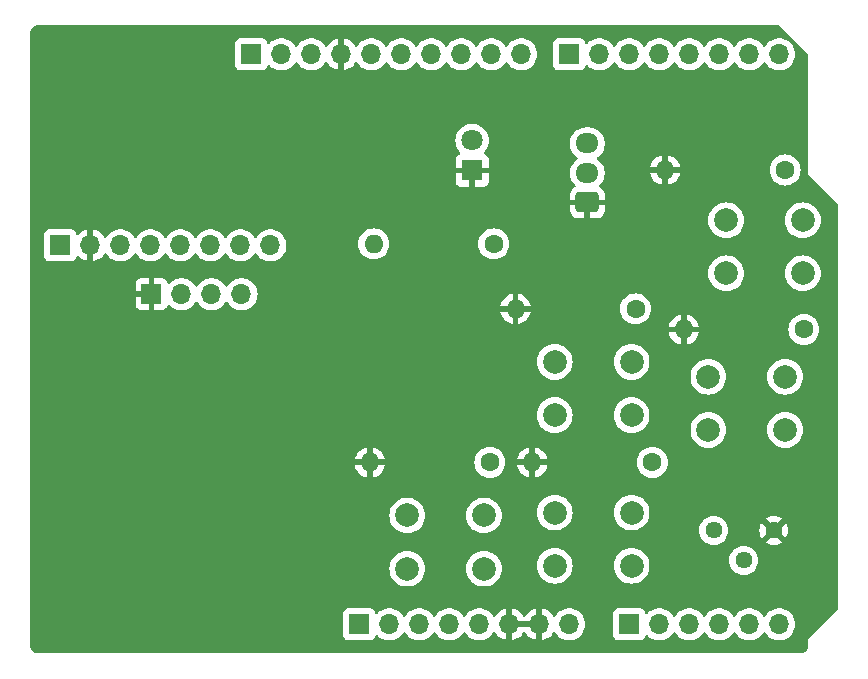
<source format=gbr>
%TF.GenerationSoftware,KiCad,Pcbnew,8.0.8*%
%TF.CreationDate,2025-02-03T18:15:26-07:00*%
%TF.ProjectId,Uno_Shield_ThermoPro,556e6f5f-5368-4696-956c-645f54686572,1.0*%
%TF.SameCoordinates,Original*%
%TF.FileFunction,Copper,L2,Bot*%
%TF.FilePolarity,Positive*%
%FSLAX46Y46*%
G04 Gerber Fmt 4.6, Leading zero omitted, Abs format (unit mm)*
G04 Created by KiCad (PCBNEW 8.0.8) date 2025-02-03 18:15:26*
%MOMM*%
%LPD*%
G01*
G04 APERTURE LIST*
G04 Aperture macros list*
%AMRoundRect*
0 Rectangle with rounded corners*
0 $1 Rounding radius*
0 $2 $3 $4 $5 $6 $7 $8 $9 X,Y pos of 4 corners*
0 Add a 4 corners polygon primitive as box body*
4,1,4,$2,$3,$4,$5,$6,$7,$8,$9,$2,$3,0*
0 Add four circle primitives for the rounded corners*
1,1,$1+$1,$2,$3*
1,1,$1+$1,$4,$5*
1,1,$1+$1,$6,$7*
1,1,$1+$1,$8,$9*
0 Add four rect primitives between the rounded corners*
20,1,$1+$1,$2,$3,$4,$5,0*
20,1,$1+$1,$4,$5,$6,$7,0*
20,1,$1+$1,$6,$7,$8,$9,0*
20,1,$1+$1,$8,$9,$2,$3,0*%
G04 Aperture macros list end*
%TA.AperFunction,ComponentPad*%
%ADD10R,1.700000X1.700000*%
%TD*%
%TA.AperFunction,ComponentPad*%
%ADD11O,1.700000X1.700000*%
%TD*%
%TA.AperFunction,ComponentPad*%
%ADD12C,2.000000*%
%TD*%
%TA.AperFunction,ComponentPad*%
%ADD13R,1.800000X1.800000*%
%TD*%
%TA.AperFunction,ComponentPad*%
%ADD14C,1.800000*%
%TD*%
%TA.AperFunction,ComponentPad*%
%ADD15C,1.600000*%
%TD*%
%TA.AperFunction,ComponentPad*%
%ADD16O,1.600000X1.600000*%
%TD*%
%TA.AperFunction,ComponentPad*%
%ADD17RoundRect,0.250000X0.725000X-0.600000X0.725000X0.600000X-0.725000X0.600000X-0.725000X-0.600000X0*%
%TD*%
%TA.AperFunction,ComponentPad*%
%ADD18O,1.950000X1.700000*%
%TD*%
%TA.AperFunction,ComponentPad*%
%ADD19C,1.440000*%
%TD*%
G04 APERTURE END LIST*
D10*
%TO.P,J1,1,Pin_1*%
%TO.N,unconnected-(J1-Pin_1-Pad1)*%
X127940000Y-97460000D03*
D11*
%TO.P,J1,2,Pin_2*%
%TO.N,/IOREF*%
X130480000Y-97460000D03*
%TO.P,J1,3,Pin_3*%
%TO.N,/~{RESET}*%
X133020000Y-97460000D03*
%TO.P,J1,4,Pin_4*%
%TO.N,+3V3*%
X135560000Y-97460000D03*
%TO.P,J1,5,Pin_5*%
%TO.N,+5V*%
X138100000Y-97460000D03*
%TO.P,J1,6,Pin_6*%
%TO.N,GND*%
X140640000Y-97460000D03*
%TO.P,J1,7,Pin_7*%
X143180000Y-97460000D03*
%TO.P,J1,8,Pin_8*%
%TO.N,VCC*%
X145720000Y-97460000D03*
%TD*%
D10*
%TO.P,J3,1,Pin_1*%
%TO.N,/temp_sensor*%
X150800000Y-97460000D03*
D11*
%TO.P,J3,2,Pin_2*%
%TO.N,/A1*%
X153340000Y-97460000D03*
%TO.P,J3,3,Pin_3*%
%TO.N,/A2*%
X155880000Y-97460000D03*
%TO.P,J3,4,Pin_4*%
%TO.N,/A3*%
X158420000Y-97460000D03*
%TO.P,J3,5,Pin_5*%
%TO.N,/SDA{slash}A4*%
X160960000Y-97460000D03*
%TO.P,J3,6,Pin_6*%
%TO.N,/SCL{slash}A5*%
X163500000Y-97460000D03*
%TD*%
D10*
%TO.P,J2,1,Pin_1*%
%TO.N,/I2C_SCL*%
X118796000Y-49200000D03*
D11*
%TO.P,J2,2,Pin_2*%
%TO.N,/I2C_SDA*%
X121336000Y-49200000D03*
%TO.P,J2,3,Pin_3*%
%TO.N,/AREF*%
X123876000Y-49200000D03*
%TO.P,J2,4,Pin_4*%
%TO.N,GND*%
X126416000Y-49200000D03*
%TO.P,J2,5,Pin_5*%
%TO.N,/13*%
X128956000Y-49200000D03*
%TO.P,J2,6,Pin_6*%
%TO.N,/12*%
X131496000Y-49200000D03*
%TO.P,J2,7,Pin_7*%
%TO.N,/\u002A11*%
X134036000Y-49200000D03*
%TO.P,J2,8,Pin_8*%
%TO.N,/\u002A10*%
X136576000Y-49200000D03*
%TO.P,J2,9,Pin_9*%
%TO.N,/led_light*%
X139116000Y-49200000D03*
%TO.P,J2,10,Pin_10*%
%TO.N,/temp_digital*%
X141656000Y-49200000D03*
%TD*%
D10*
%TO.P,J4,1,Pin_1*%
%TO.N,/7*%
X145720000Y-49200000D03*
D11*
%TO.P,J4,2,Pin_2*%
%TO.N,/button_light*%
X148260000Y-49200000D03*
%TO.P,J4,3,Pin_3*%
%TO.N,/button_cal*%
X150800000Y-49200000D03*
%TO.P,J4,4,Pin_4*%
%TO.N,/button_units*%
X153340000Y-49200000D03*
%TO.P,J4,5,Pin_5*%
%TO.N,/button_lock*%
X155880000Y-49200000D03*
%TO.P,J4,6,Pin_6*%
%TO.N,/button_onoff*%
X158420000Y-49200000D03*
%TO.P,J4,7,Pin_7*%
%TO.N,/TX{slash}1*%
X160960000Y-49200000D03*
%TO.P,J4,8,Pin_8*%
%TO.N,/RX{slash}0*%
X163500000Y-49200000D03*
%TD*%
D12*
%TO.P,SW4,1,A*%
%TO.N,/button_lock*%
X144500000Y-88000000D03*
X151000000Y-88000000D03*
%TO.P,SW4,2,B*%
%TO.N,+5V*%
X144500000Y-92500000D03*
X151000000Y-92500000D03*
%TD*%
D13*
%TO.P,D1,1,K*%
%TO.N,GND*%
X137500000Y-59040000D03*
D14*
%TO.P,D1,2,A*%
%TO.N,Net-(D1-A)*%
X137500000Y-56500000D03*
%TD*%
D12*
%TO.P,SW5,1,A*%
%TO.N,/button_light*%
X132000000Y-88250000D03*
X138500000Y-88250000D03*
%TO.P,SW5,2,B*%
%TO.N,+5V*%
X132000000Y-92750000D03*
X138500000Y-92750000D03*
%TD*%
%TO.P,SW2,1,A*%
%TO.N,/button_units*%
X157500000Y-76500000D03*
X164000000Y-76500000D03*
%TO.P,SW2,2,B*%
%TO.N,+5V*%
X157500000Y-81000000D03*
X164000000Y-81000000D03*
%TD*%
D15*
%TO.P,R4,1*%
%TO.N,/button_cal*%
X151330000Y-70750000D03*
D16*
%TO.P,R4,2*%
%TO.N,GND*%
X141170000Y-70750000D03*
%TD*%
D15*
%TO.P,R1,1*%
%TO.N,/led_light*%
X139330000Y-65250000D03*
D16*
%TO.P,R1,2*%
%TO.N,Net-(D1-A)*%
X129170000Y-65250000D03*
%TD*%
D12*
%TO.P,SW3,1,A*%
%TO.N,/button_cal*%
X144500000Y-75250000D03*
X151000000Y-75250000D03*
%TO.P,SW3,2,B*%
%TO.N,+5V*%
X144500000Y-79750000D03*
X151000000Y-79750000D03*
%TD*%
D10*
%TO.P,J6,1,Pin_1*%
%TO.N,GND*%
X110350000Y-69510000D03*
D11*
%TO.P,J6,2,Pin_2*%
%TO.N,+5V*%
X112890000Y-69510000D03*
%TO.P,J6,3,Pin_3*%
%TO.N,/I2C_SCL*%
X115430000Y-69510000D03*
%TO.P,J6,4,Pin_4*%
%TO.N,/I2C_SDA*%
X117970000Y-69510000D03*
%TD*%
D12*
%TO.P,SW1,1,A*%
%TO.N,/button_onoff*%
X159000000Y-63250000D03*
X165500000Y-63250000D03*
%TO.P,SW1,2,B*%
%TO.N,+5V*%
X159000000Y-67750000D03*
X165500000Y-67750000D03*
%TD*%
D15*
%TO.P,R5,1*%
%TO.N,/button_lock*%
X152750000Y-83750000D03*
D16*
%TO.P,R5,2*%
%TO.N,GND*%
X142590000Y-83750000D03*
%TD*%
D17*
%TO.P,J7,1,Pin_1*%
%TO.N,GND*%
X147250000Y-61750000D03*
D18*
%TO.P,J7,2,Pin_2*%
%TO.N,/temp_digital*%
X147250000Y-59250000D03*
%TO.P,J7,3,Pin_3*%
%TO.N,+5V*%
X147250000Y-56750000D03*
%TD*%
D15*
%TO.P,R2,1*%
%TO.N,/button_onoff*%
X164000000Y-59000000D03*
D16*
%TO.P,R2,2*%
%TO.N,GND*%
X153840000Y-59000000D03*
%TD*%
D19*
%TO.P,RV1,1,1*%
%TO.N,+5V*%
X157960000Y-89515000D03*
%TO.P,RV1,2,2*%
%TO.N,/temp_sensor*%
X160500000Y-92055000D03*
%TO.P,RV1,3,3*%
%TO.N,GND*%
X163040000Y-89515000D03*
%TD*%
D10*
%TO.P,J5,1,Pin_1*%
%TO.N,+5V*%
X102630000Y-65380000D03*
D11*
%TO.P,J5,2,Pin_2*%
%TO.N,GND*%
X105170000Y-65380000D03*
%TO.P,J5,3,Pin_3*%
%TO.N,/I2C_SCL*%
X107710000Y-65380000D03*
%TO.P,J5,4,Pin_4*%
%TO.N,/I2C_SDA*%
X110250000Y-65380000D03*
%TO.P,J5,5,Pin_5*%
%TO.N,unconnected-(J5-Pin_5-Pad5)*%
X112790000Y-65380000D03*
%TO.P,J5,6,Pin_6*%
%TO.N,unconnected-(J5-Pin_6-Pad6)*%
X115330000Y-65380000D03*
%TO.P,J5,7,Pin_7*%
%TO.N,unconnected-(J5-Pin_7-Pad7)*%
X117870000Y-65380000D03*
%TO.P,J5,8,Pin_8*%
%TO.N,unconnected-(J5-Pin_8-Pad8)*%
X120410000Y-65380000D03*
%TD*%
D15*
%TO.P,R6,1*%
%TO.N,/button_light*%
X139000000Y-83750000D03*
D16*
%TO.P,R6,2*%
%TO.N,GND*%
X128840000Y-83750000D03*
%TD*%
D15*
%TO.P,R3,1*%
%TO.N,/button_units*%
X165580000Y-72500000D03*
D16*
%TO.P,R3,2*%
%TO.N,GND*%
X155420000Y-72500000D03*
%TD*%
%TA.AperFunction,Conductor*%
%TO.N,GND*%
G36*
X142714075Y-97267007D02*
G01*
X142680000Y-97394174D01*
X142680000Y-97525826D01*
X142714075Y-97652993D01*
X142746988Y-97710000D01*
X141073012Y-97710000D01*
X141105925Y-97652993D01*
X141140000Y-97525826D01*
X141140000Y-97394174D01*
X141105925Y-97267007D01*
X141073012Y-97210000D01*
X142746988Y-97210000D01*
X142714075Y-97267007D01*
G37*
%TD.AperFunction*%
%TA.AperFunction,Conductor*%
G36*
X163484404Y-46755185D02*
G01*
X163505046Y-46771819D01*
X165928181Y-49194954D01*
X165961666Y-49256277D01*
X165964500Y-49282635D01*
X165964500Y-59344982D01*
X165964500Y-59375018D01*
X165975994Y-59402767D01*
X165975995Y-59402768D01*
X168468181Y-61894954D01*
X168501666Y-61956277D01*
X168504500Y-61982635D01*
X168504500Y-96107364D01*
X168484815Y-96174403D01*
X168468181Y-96195045D01*
X165997233Y-98665994D01*
X165975995Y-98687231D01*
X165964500Y-98714982D01*
X165964500Y-99231907D01*
X165963903Y-99244062D01*
X165952505Y-99359778D01*
X165947763Y-99383618D01*
X165917832Y-99482290D01*
X165915789Y-99489024D01*
X165906486Y-99511482D01*
X165854561Y-99608627D01*
X165841056Y-99628839D01*
X165771176Y-99713988D01*
X165753988Y-99731176D01*
X165668839Y-99801056D01*
X165648627Y-99814561D01*
X165551482Y-99866486D01*
X165529028Y-99875787D01*
X165487028Y-99888528D01*
X165423618Y-99907763D01*
X165399778Y-99912505D01*
X165291162Y-99923203D01*
X165284060Y-99923903D01*
X165271907Y-99924500D01*
X100768093Y-99924500D01*
X100755939Y-99923903D01*
X100747995Y-99923120D01*
X100640221Y-99912505D01*
X100616381Y-99907763D01*
X100599445Y-99902625D01*
X100510968Y-99875786D01*
X100488517Y-99866486D01*
X100391372Y-99814561D01*
X100371160Y-99801056D01*
X100286011Y-99731176D01*
X100268823Y-99713988D01*
X100198943Y-99628839D01*
X100185438Y-99608627D01*
X100133510Y-99511476D01*
X100124215Y-99489037D01*
X100092234Y-99383612D01*
X100087494Y-99359777D01*
X100076097Y-99244061D01*
X100075500Y-99231907D01*
X100075500Y-96561345D01*
X126581500Y-96561345D01*
X126581500Y-98358654D01*
X126588011Y-98419202D01*
X126588011Y-98419204D01*
X126639111Y-98556204D01*
X126726739Y-98673261D01*
X126843796Y-98760889D01*
X126980799Y-98811989D01*
X127008050Y-98814918D01*
X127041345Y-98818499D01*
X127041362Y-98818500D01*
X128838638Y-98818500D01*
X128838654Y-98818499D01*
X128865692Y-98815591D01*
X128899201Y-98811989D01*
X129036204Y-98760889D01*
X129153261Y-98673261D01*
X129240889Y-98556204D01*
X129286138Y-98434887D01*
X129328009Y-98378956D01*
X129393474Y-98354539D01*
X129461746Y-98369391D01*
X129493545Y-98394236D01*
X129556760Y-98462906D01*
X129734424Y-98601189D01*
X129734425Y-98601189D01*
X129734427Y-98601191D01*
X129861135Y-98669761D01*
X129932426Y-98708342D01*
X130145365Y-98781444D01*
X130367431Y-98818500D01*
X130592569Y-98818500D01*
X130814635Y-98781444D01*
X131027574Y-98708342D01*
X131225576Y-98601189D01*
X131403240Y-98462906D01*
X131524594Y-98331082D01*
X131555715Y-98297276D01*
X131555715Y-98297275D01*
X131555722Y-98297268D01*
X131646193Y-98158790D01*
X131699338Y-98113437D01*
X131768569Y-98104013D01*
X131831905Y-98133515D01*
X131853804Y-98158787D01*
X131944278Y-98297268D01*
X131944283Y-98297273D01*
X131944284Y-98297276D01*
X132070968Y-98434889D01*
X132096760Y-98462906D01*
X132274424Y-98601189D01*
X132274425Y-98601189D01*
X132274427Y-98601191D01*
X132401135Y-98669761D01*
X132472426Y-98708342D01*
X132685365Y-98781444D01*
X132907431Y-98818500D01*
X133132569Y-98818500D01*
X133354635Y-98781444D01*
X133567574Y-98708342D01*
X133765576Y-98601189D01*
X133943240Y-98462906D01*
X134064594Y-98331082D01*
X134095715Y-98297276D01*
X134095715Y-98297275D01*
X134095722Y-98297268D01*
X134186193Y-98158790D01*
X134239338Y-98113437D01*
X134308569Y-98104013D01*
X134371905Y-98133515D01*
X134393804Y-98158787D01*
X134484278Y-98297268D01*
X134484283Y-98297273D01*
X134484284Y-98297276D01*
X134610968Y-98434889D01*
X134636760Y-98462906D01*
X134814424Y-98601189D01*
X134814425Y-98601189D01*
X134814427Y-98601191D01*
X134941135Y-98669761D01*
X135012426Y-98708342D01*
X135225365Y-98781444D01*
X135447431Y-98818500D01*
X135672569Y-98818500D01*
X135894635Y-98781444D01*
X136107574Y-98708342D01*
X136305576Y-98601189D01*
X136483240Y-98462906D01*
X136604594Y-98331082D01*
X136635715Y-98297276D01*
X136635715Y-98297275D01*
X136635722Y-98297268D01*
X136726193Y-98158790D01*
X136779338Y-98113437D01*
X136848569Y-98104013D01*
X136911905Y-98133515D01*
X136933804Y-98158787D01*
X137024278Y-98297268D01*
X137024283Y-98297273D01*
X137024284Y-98297276D01*
X137150968Y-98434889D01*
X137176760Y-98462906D01*
X137354424Y-98601189D01*
X137354425Y-98601189D01*
X137354427Y-98601191D01*
X137481135Y-98669761D01*
X137552426Y-98708342D01*
X137765365Y-98781444D01*
X137987431Y-98818500D01*
X138212569Y-98818500D01*
X138434635Y-98781444D01*
X138647574Y-98708342D01*
X138845576Y-98601189D01*
X139023240Y-98462906D01*
X139144594Y-98331082D01*
X139175715Y-98297276D01*
X139175715Y-98297275D01*
X139175722Y-98297268D01*
X139269749Y-98153347D01*
X139322894Y-98107994D01*
X139392125Y-98098570D01*
X139455461Y-98128072D01*
X139475130Y-98150048D01*
X139601890Y-98331078D01*
X139768917Y-98498105D01*
X139962421Y-98633600D01*
X140176507Y-98733429D01*
X140176516Y-98733433D01*
X140390000Y-98790634D01*
X140390000Y-97893012D01*
X140447007Y-97925925D01*
X140574174Y-97960000D01*
X140705826Y-97960000D01*
X140832993Y-97925925D01*
X140890000Y-97893012D01*
X140890000Y-98790633D01*
X141103483Y-98733433D01*
X141103492Y-98733429D01*
X141317578Y-98633600D01*
X141511082Y-98498105D01*
X141678105Y-98331082D01*
X141808425Y-98144968D01*
X141863002Y-98101344D01*
X141932501Y-98094151D01*
X141994855Y-98125673D01*
X142011575Y-98144968D01*
X142141894Y-98331082D01*
X142308917Y-98498105D01*
X142502421Y-98633600D01*
X142716507Y-98733429D01*
X142716516Y-98733433D01*
X142930000Y-98790634D01*
X142930000Y-97893012D01*
X142987007Y-97925925D01*
X143114174Y-97960000D01*
X143245826Y-97960000D01*
X143372993Y-97925925D01*
X143430000Y-97893012D01*
X143430000Y-98790633D01*
X143643483Y-98733433D01*
X143643492Y-98733429D01*
X143857578Y-98633600D01*
X144051082Y-98498105D01*
X144218105Y-98331082D01*
X144344868Y-98150048D01*
X144399445Y-98106423D01*
X144468944Y-98099231D01*
X144531298Y-98130753D01*
X144550251Y-98153350D01*
X144644276Y-98297265D01*
X144644284Y-98297276D01*
X144770968Y-98434889D01*
X144796760Y-98462906D01*
X144974424Y-98601189D01*
X144974425Y-98601189D01*
X144974427Y-98601191D01*
X145101135Y-98669761D01*
X145172426Y-98708342D01*
X145385365Y-98781444D01*
X145607431Y-98818500D01*
X145832569Y-98818500D01*
X146054635Y-98781444D01*
X146267574Y-98708342D01*
X146465576Y-98601189D01*
X146643240Y-98462906D01*
X146764594Y-98331082D01*
X146795715Y-98297276D01*
X146795717Y-98297273D01*
X146795722Y-98297268D01*
X146918860Y-98108791D01*
X147009296Y-97902616D01*
X147064564Y-97684368D01*
X147067164Y-97652993D01*
X147083156Y-97460005D01*
X147083156Y-97459994D01*
X147064565Y-97235640D01*
X147064563Y-97235628D01*
X147009296Y-97017385D01*
X146999071Y-96994075D01*
X146918860Y-96811209D01*
X146902706Y-96786484D01*
X146795723Y-96622734D01*
X146795715Y-96622723D01*
X146739212Y-96561345D01*
X149441500Y-96561345D01*
X149441500Y-98358654D01*
X149448011Y-98419202D01*
X149448011Y-98419204D01*
X149499111Y-98556204D01*
X149586739Y-98673261D01*
X149703796Y-98760889D01*
X149840799Y-98811989D01*
X149868050Y-98814918D01*
X149901345Y-98818499D01*
X149901362Y-98818500D01*
X151698638Y-98818500D01*
X151698654Y-98818499D01*
X151725692Y-98815591D01*
X151759201Y-98811989D01*
X151896204Y-98760889D01*
X152013261Y-98673261D01*
X152100889Y-98556204D01*
X152146138Y-98434887D01*
X152188009Y-98378956D01*
X152253474Y-98354539D01*
X152321746Y-98369391D01*
X152353545Y-98394236D01*
X152416760Y-98462906D01*
X152594424Y-98601189D01*
X152594425Y-98601189D01*
X152594427Y-98601191D01*
X152721135Y-98669761D01*
X152792426Y-98708342D01*
X153005365Y-98781444D01*
X153227431Y-98818500D01*
X153452569Y-98818500D01*
X153674635Y-98781444D01*
X153887574Y-98708342D01*
X154085576Y-98601189D01*
X154263240Y-98462906D01*
X154384594Y-98331082D01*
X154415715Y-98297276D01*
X154415715Y-98297275D01*
X154415722Y-98297268D01*
X154506193Y-98158790D01*
X154559338Y-98113437D01*
X154628569Y-98104013D01*
X154691905Y-98133515D01*
X154713804Y-98158787D01*
X154804278Y-98297268D01*
X154804283Y-98297273D01*
X154804284Y-98297276D01*
X154930968Y-98434889D01*
X154956760Y-98462906D01*
X155134424Y-98601189D01*
X155134425Y-98601189D01*
X155134427Y-98601191D01*
X155261135Y-98669761D01*
X155332426Y-98708342D01*
X155545365Y-98781444D01*
X155767431Y-98818500D01*
X155992569Y-98818500D01*
X156214635Y-98781444D01*
X156427574Y-98708342D01*
X156625576Y-98601189D01*
X156803240Y-98462906D01*
X156924594Y-98331082D01*
X156955715Y-98297276D01*
X156955715Y-98297275D01*
X156955722Y-98297268D01*
X157046193Y-98158790D01*
X157099338Y-98113437D01*
X157168569Y-98104013D01*
X157231905Y-98133515D01*
X157253804Y-98158787D01*
X157344278Y-98297268D01*
X157344283Y-98297273D01*
X157344284Y-98297276D01*
X157470968Y-98434889D01*
X157496760Y-98462906D01*
X157674424Y-98601189D01*
X157674425Y-98601189D01*
X157674427Y-98601191D01*
X157801135Y-98669761D01*
X157872426Y-98708342D01*
X158085365Y-98781444D01*
X158307431Y-98818500D01*
X158532569Y-98818500D01*
X158754635Y-98781444D01*
X158967574Y-98708342D01*
X159165576Y-98601189D01*
X159343240Y-98462906D01*
X159464594Y-98331082D01*
X159495715Y-98297276D01*
X159495715Y-98297275D01*
X159495722Y-98297268D01*
X159586193Y-98158790D01*
X159639338Y-98113437D01*
X159708569Y-98104013D01*
X159771905Y-98133515D01*
X159793804Y-98158787D01*
X159884278Y-98297268D01*
X159884283Y-98297273D01*
X159884284Y-98297276D01*
X160010968Y-98434889D01*
X160036760Y-98462906D01*
X160214424Y-98601189D01*
X160214425Y-98601189D01*
X160214427Y-98601191D01*
X160341135Y-98669761D01*
X160412426Y-98708342D01*
X160625365Y-98781444D01*
X160847431Y-98818500D01*
X161072569Y-98818500D01*
X161294635Y-98781444D01*
X161507574Y-98708342D01*
X161705576Y-98601189D01*
X161883240Y-98462906D01*
X162004594Y-98331082D01*
X162035715Y-98297276D01*
X162035715Y-98297275D01*
X162035722Y-98297268D01*
X162126193Y-98158790D01*
X162179338Y-98113437D01*
X162248569Y-98104013D01*
X162311905Y-98133515D01*
X162333804Y-98158787D01*
X162424278Y-98297268D01*
X162424283Y-98297273D01*
X162424284Y-98297276D01*
X162550968Y-98434889D01*
X162576760Y-98462906D01*
X162754424Y-98601189D01*
X162754425Y-98601189D01*
X162754427Y-98601191D01*
X162881135Y-98669761D01*
X162952426Y-98708342D01*
X163165365Y-98781444D01*
X163387431Y-98818500D01*
X163612569Y-98818500D01*
X163834635Y-98781444D01*
X164047574Y-98708342D01*
X164245576Y-98601189D01*
X164423240Y-98462906D01*
X164544594Y-98331082D01*
X164575715Y-98297276D01*
X164575717Y-98297273D01*
X164575722Y-98297268D01*
X164698860Y-98108791D01*
X164789296Y-97902616D01*
X164844564Y-97684368D01*
X164847164Y-97652993D01*
X164863156Y-97460005D01*
X164863156Y-97459994D01*
X164844565Y-97235640D01*
X164844563Y-97235628D01*
X164789296Y-97017385D01*
X164779071Y-96994075D01*
X164698860Y-96811209D01*
X164682706Y-96786484D01*
X164575723Y-96622734D01*
X164575715Y-96622723D01*
X164423243Y-96457097D01*
X164423238Y-96457092D01*
X164245577Y-96318812D01*
X164245572Y-96318808D01*
X164047580Y-96211661D01*
X164047577Y-96211659D01*
X164047574Y-96211658D01*
X164047571Y-96211657D01*
X164047569Y-96211656D01*
X163834637Y-96138556D01*
X163612569Y-96101500D01*
X163387431Y-96101500D01*
X163165362Y-96138556D01*
X162952430Y-96211656D01*
X162952419Y-96211661D01*
X162754427Y-96318808D01*
X162754422Y-96318812D01*
X162576761Y-96457092D01*
X162576756Y-96457097D01*
X162424284Y-96622723D01*
X162424276Y-96622734D01*
X162333808Y-96761206D01*
X162280662Y-96806562D01*
X162211431Y-96815986D01*
X162148095Y-96786484D01*
X162126192Y-96761206D01*
X162035723Y-96622734D01*
X162035715Y-96622723D01*
X161883243Y-96457097D01*
X161883238Y-96457092D01*
X161705577Y-96318812D01*
X161705572Y-96318808D01*
X161507580Y-96211661D01*
X161507577Y-96211659D01*
X161507574Y-96211658D01*
X161507571Y-96211657D01*
X161507569Y-96211656D01*
X161294637Y-96138556D01*
X161072569Y-96101500D01*
X160847431Y-96101500D01*
X160625362Y-96138556D01*
X160412430Y-96211656D01*
X160412419Y-96211661D01*
X160214427Y-96318808D01*
X160214422Y-96318812D01*
X160036761Y-96457092D01*
X160036756Y-96457097D01*
X159884284Y-96622723D01*
X159884276Y-96622734D01*
X159793808Y-96761206D01*
X159740662Y-96806562D01*
X159671431Y-96815986D01*
X159608095Y-96786484D01*
X159586192Y-96761206D01*
X159495723Y-96622734D01*
X159495715Y-96622723D01*
X159343243Y-96457097D01*
X159343238Y-96457092D01*
X159165577Y-96318812D01*
X159165572Y-96318808D01*
X158967580Y-96211661D01*
X158967577Y-96211659D01*
X158967574Y-96211658D01*
X158967571Y-96211657D01*
X158967569Y-96211656D01*
X158754637Y-96138556D01*
X158532569Y-96101500D01*
X158307431Y-96101500D01*
X158085362Y-96138556D01*
X157872430Y-96211656D01*
X157872419Y-96211661D01*
X157674427Y-96318808D01*
X157674422Y-96318812D01*
X157496761Y-96457092D01*
X157496756Y-96457097D01*
X157344284Y-96622723D01*
X157344276Y-96622734D01*
X157253808Y-96761206D01*
X157200662Y-96806562D01*
X157131431Y-96815986D01*
X157068095Y-96786484D01*
X157046192Y-96761206D01*
X156955723Y-96622734D01*
X156955715Y-96622723D01*
X156803243Y-96457097D01*
X156803238Y-96457092D01*
X156625577Y-96318812D01*
X156625572Y-96318808D01*
X156427580Y-96211661D01*
X156427577Y-96211659D01*
X156427574Y-96211658D01*
X156427571Y-96211657D01*
X156427569Y-96211656D01*
X156214637Y-96138556D01*
X155992569Y-96101500D01*
X155767431Y-96101500D01*
X155545362Y-96138556D01*
X155332430Y-96211656D01*
X155332419Y-96211661D01*
X155134427Y-96318808D01*
X155134422Y-96318812D01*
X154956761Y-96457092D01*
X154956756Y-96457097D01*
X154804284Y-96622723D01*
X154804276Y-96622734D01*
X154713808Y-96761206D01*
X154660662Y-96806562D01*
X154591431Y-96815986D01*
X154528095Y-96786484D01*
X154506192Y-96761206D01*
X154415723Y-96622734D01*
X154415715Y-96622723D01*
X154263243Y-96457097D01*
X154263238Y-96457092D01*
X154085577Y-96318812D01*
X154085572Y-96318808D01*
X153887580Y-96211661D01*
X153887577Y-96211659D01*
X153887574Y-96211658D01*
X153887571Y-96211657D01*
X153887569Y-96211656D01*
X153674637Y-96138556D01*
X153452569Y-96101500D01*
X153227431Y-96101500D01*
X153005362Y-96138556D01*
X152792430Y-96211656D01*
X152792419Y-96211661D01*
X152594427Y-96318808D01*
X152594422Y-96318812D01*
X152416761Y-96457092D01*
X152353548Y-96525760D01*
X152293661Y-96561750D01*
X152223823Y-96559649D01*
X152166207Y-96520124D01*
X152146138Y-96485110D01*
X152100889Y-96363796D01*
X152067214Y-96318812D01*
X152013261Y-96246739D01*
X151896204Y-96159111D01*
X151895172Y-96158726D01*
X151759203Y-96108011D01*
X151698654Y-96101500D01*
X151698638Y-96101500D01*
X149901362Y-96101500D01*
X149901345Y-96101500D01*
X149840797Y-96108011D01*
X149840795Y-96108011D01*
X149703795Y-96159111D01*
X149586739Y-96246739D01*
X149499111Y-96363795D01*
X149448011Y-96500795D01*
X149448011Y-96500797D01*
X149441500Y-96561345D01*
X146739212Y-96561345D01*
X146643243Y-96457097D01*
X146643238Y-96457092D01*
X146465577Y-96318812D01*
X146465572Y-96318808D01*
X146267580Y-96211661D01*
X146267577Y-96211659D01*
X146267574Y-96211658D01*
X146267571Y-96211657D01*
X146267569Y-96211656D01*
X146054637Y-96138556D01*
X145832569Y-96101500D01*
X145607431Y-96101500D01*
X145385362Y-96138556D01*
X145172430Y-96211656D01*
X145172419Y-96211661D01*
X144974427Y-96318808D01*
X144974422Y-96318812D01*
X144796761Y-96457092D01*
X144796756Y-96457097D01*
X144644284Y-96622723D01*
X144644276Y-96622734D01*
X144550251Y-96766650D01*
X144497105Y-96812007D01*
X144427873Y-96821430D01*
X144364538Y-96791928D01*
X144344868Y-96769951D01*
X144218113Y-96588926D01*
X144218108Y-96588920D01*
X144051082Y-96421894D01*
X143857578Y-96286399D01*
X143643492Y-96186570D01*
X143643486Y-96186567D01*
X143430000Y-96129364D01*
X143430000Y-97026988D01*
X143372993Y-96994075D01*
X143245826Y-96960000D01*
X143114174Y-96960000D01*
X142987007Y-96994075D01*
X142930000Y-97026988D01*
X142930000Y-96129364D01*
X142929999Y-96129364D01*
X142716513Y-96186567D01*
X142716507Y-96186570D01*
X142502422Y-96286399D01*
X142502420Y-96286400D01*
X142308926Y-96421886D01*
X142308920Y-96421891D01*
X142141891Y-96588920D01*
X142141890Y-96588922D01*
X142011575Y-96775031D01*
X141956998Y-96818655D01*
X141887499Y-96825848D01*
X141825145Y-96794326D01*
X141808425Y-96775031D01*
X141678109Y-96588922D01*
X141678108Y-96588920D01*
X141511082Y-96421894D01*
X141317578Y-96286399D01*
X141103492Y-96186570D01*
X141103486Y-96186567D01*
X140890000Y-96129364D01*
X140890000Y-97026988D01*
X140832993Y-96994075D01*
X140705826Y-96960000D01*
X140574174Y-96960000D01*
X140447007Y-96994075D01*
X140390000Y-97026988D01*
X140390000Y-96129364D01*
X140389999Y-96129364D01*
X140176513Y-96186567D01*
X140176507Y-96186570D01*
X139962422Y-96286399D01*
X139962420Y-96286400D01*
X139768926Y-96421886D01*
X139768920Y-96421891D01*
X139601891Y-96588920D01*
X139601890Y-96588922D01*
X139475131Y-96769952D01*
X139420554Y-96813577D01*
X139351055Y-96820769D01*
X139288701Y-96789247D01*
X139269752Y-96766656D01*
X139175722Y-96622732D01*
X139175715Y-96622725D01*
X139175715Y-96622723D01*
X139023243Y-96457097D01*
X139023238Y-96457092D01*
X138845577Y-96318812D01*
X138845572Y-96318808D01*
X138647580Y-96211661D01*
X138647577Y-96211659D01*
X138647574Y-96211658D01*
X138647571Y-96211657D01*
X138647569Y-96211656D01*
X138434637Y-96138556D01*
X138212569Y-96101500D01*
X137987431Y-96101500D01*
X137765362Y-96138556D01*
X137552430Y-96211656D01*
X137552419Y-96211661D01*
X137354427Y-96318808D01*
X137354422Y-96318812D01*
X137176761Y-96457092D01*
X137176756Y-96457097D01*
X137024284Y-96622723D01*
X137024276Y-96622734D01*
X136933808Y-96761206D01*
X136880662Y-96806562D01*
X136811431Y-96815986D01*
X136748095Y-96786484D01*
X136726192Y-96761206D01*
X136635723Y-96622734D01*
X136635715Y-96622723D01*
X136483243Y-96457097D01*
X136483238Y-96457092D01*
X136305577Y-96318812D01*
X136305572Y-96318808D01*
X136107580Y-96211661D01*
X136107577Y-96211659D01*
X136107574Y-96211658D01*
X136107571Y-96211657D01*
X136107569Y-96211656D01*
X135894637Y-96138556D01*
X135672569Y-96101500D01*
X135447431Y-96101500D01*
X135225362Y-96138556D01*
X135012430Y-96211656D01*
X135012419Y-96211661D01*
X134814427Y-96318808D01*
X134814422Y-96318812D01*
X134636761Y-96457092D01*
X134636756Y-96457097D01*
X134484284Y-96622723D01*
X134484276Y-96622734D01*
X134393808Y-96761206D01*
X134340662Y-96806562D01*
X134271431Y-96815986D01*
X134208095Y-96786484D01*
X134186192Y-96761206D01*
X134095723Y-96622734D01*
X134095715Y-96622723D01*
X133943243Y-96457097D01*
X133943238Y-96457092D01*
X133765577Y-96318812D01*
X133765572Y-96318808D01*
X133567580Y-96211661D01*
X133567577Y-96211659D01*
X133567574Y-96211658D01*
X133567571Y-96211657D01*
X133567569Y-96211656D01*
X133354637Y-96138556D01*
X133132569Y-96101500D01*
X132907431Y-96101500D01*
X132685362Y-96138556D01*
X132472430Y-96211656D01*
X132472419Y-96211661D01*
X132274427Y-96318808D01*
X132274422Y-96318812D01*
X132096761Y-96457092D01*
X132096756Y-96457097D01*
X131944284Y-96622723D01*
X131944276Y-96622734D01*
X131853808Y-96761206D01*
X131800662Y-96806562D01*
X131731431Y-96815986D01*
X131668095Y-96786484D01*
X131646192Y-96761206D01*
X131555723Y-96622734D01*
X131555715Y-96622723D01*
X131403243Y-96457097D01*
X131403238Y-96457092D01*
X131225577Y-96318812D01*
X131225572Y-96318808D01*
X131027580Y-96211661D01*
X131027577Y-96211659D01*
X131027574Y-96211658D01*
X131027571Y-96211657D01*
X131027569Y-96211656D01*
X130814637Y-96138556D01*
X130592569Y-96101500D01*
X130367431Y-96101500D01*
X130145362Y-96138556D01*
X129932430Y-96211656D01*
X129932419Y-96211661D01*
X129734427Y-96318808D01*
X129734422Y-96318812D01*
X129556761Y-96457092D01*
X129493548Y-96525760D01*
X129433661Y-96561750D01*
X129363823Y-96559649D01*
X129306207Y-96520124D01*
X129286138Y-96485110D01*
X129240889Y-96363796D01*
X129207214Y-96318812D01*
X129153261Y-96246739D01*
X129036204Y-96159111D01*
X129035172Y-96158726D01*
X128899203Y-96108011D01*
X128838654Y-96101500D01*
X128838638Y-96101500D01*
X127041362Y-96101500D01*
X127041345Y-96101500D01*
X126980797Y-96108011D01*
X126980795Y-96108011D01*
X126843795Y-96159111D01*
X126726739Y-96246739D01*
X126639111Y-96363795D01*
X126588011Y-96500795D01*
X126588011Y-96500797D01*
X126581500Y-96561345D01*
X100075500Y-96561345D01*
X100075500Y-92750000D01*
X130486835Y-92750000D01*
X130505465Y-92986714D01*
X130560895Y-93217595D01*
X130560895Y-93217597D01*
X130651757Y-93436959D01*
X130651759Y-93436962D01*
X130775820Y-93639410D01*
X130775821Y-93639413D01*
X130775824Y-93639416D01*
X130930031Y-93819969D01*
X131069520Y-93939104D01*
X131110586Y-93974178D01*
X131110589Y-93974179D01*
X131313037Y-94098240D01*
X131313040Y-94098242D01*
X131532403Y-94189104D01*
X131532404Y-94189104D01*
X131532406Y-94189105D01*
X131763289Y-94244535D01*
X132000000Y-94263165D01*
X132236711Y-94244535D01*
X132467594Y-94189105D01*
X132467596Y-94189104D01*
X132467597Y-94189104D01*
X132686959Y-94098242D01*
X132686960Y-94098241D01*
X132686963Y-94098240D01*
X132889416Y-93974176D01*
X133069969Y-93819969D01*
X133224176Y-93639416D01*
X133348240Y-93436963D01*
X133367935Y-93389416D01*
X133439104Y-93217597D01*
X133439104Y-93217596D01*
X133439105Y-93217594D01*
X133494535Y-92986711D01*
X133513165Y-92750000D01*
X136986835Y-92750000D01*
X137005465Y-92986714D01*
X137060895Y-93217595D01*
X137060895Y-93217597D01*
X137151757Y-93436959D01*
X137151759Y-93436962D01*
X137275820Y-93639410D01*
X137275821Y-93639413D01*
X137275824Y-93639416D01*
X137430031Y-93819969D01*
X137569520Y-93939104D01*
X137610586Y-93974178D01*
X137610589Y-93974179D01*
X137813037Y-94098240D01*
X137813040Y-94098242D01*
X138032403Y-94189104D01*
X138032404Y-94189104D01*
X138032406Y-94189105D01*
X138263289Y-94244535D01*
X138500000Y-94263165D01*
X138736711Y-94244535D01*
X138967594Y-94189105D01*
X138967596Y-94189104D01*
X138967597Y-94189104D01*
X139186959Y-94098242D01*
X139186960Y-94098241D01*
X139186963Y-94098240D01*
X139389416Y-93974176D01*
X139569969Y-93819969D01*
X139724176Y-93639416D01*
X139848240Y-93436963D01*
X139867935Y-93389416D01*
X139939104Y-93217597D01*
X139939104Y-93217596D01*
X139939105Y-93217594D01*
X139994535Y-92986711D01*
X140013165Y-92750000D01*
X139994535Y-92513289D01*
X139991345Y-92500000D01*
X142986835Y-92500000D01*
X143005465Y-92736714D01*
X143060895Y-92967595D01*
X143060895Y-92967597D01*
X143151757Y-93186959D01*
X143151759Y-93186962D01*
X143275820Y-93389410D01*
X143275821Y-93389413D01*
X143275824Y-93389416D01*
X143430031Y-93569969D01*
X143511343Y-93639416D01*
X143610586Y-93724178D01*
X143610589Y-93724179D01*
X143813037Y-93848240D01*
X143813040Y-93848242D01*
X144032403Y-93939104D01*
X144032404Y-93939104D01*
X144032406Y-93939105D01*
X144263289Y-93994535D01*
X144500000Y-94013165D01*
X144736711Y-93994535D01*
X144967594Y-93939105D01*
X144967596Y-93939104D01*
X144967597Y-93939104D01*
X145186959Y-93848242D01*
X145186960Y-93848241D01*
X145186963Y-93848240D01*
X145389416Y-93724176D01*
X145569969Y-93569969D01*
X145724176Y-93389416D01*
X145848240Y-93186963D01*
X145874746Y-93122973D01*
X145939104Y-92967597D01*
X145939104Y-92967596D01*
X145939105Y-92967594D01*
X145994535Y-92736711D01*
X146013165Y-92500000D01*
X149486835Y-92500000D01*
X149505465Y-92736714D01*
X149560895Y-92967595D01*
X149560895Y-92967597D01*
X149651757Y-93186959D01*
X149651759Y-93186962D01*
X149775820Y-93389410D01*
X149775821Y-93389413D01*
X149775824Y-93389416D01*
X149930031Y-93569969D01*
X150011343Y-93639416D01*
X150110586Y-93724178D01*
X150110589Y-93724179D01*
X150313037Y-93848240D01*
X150313040Y-93848242D01*
X150532403Y-93939104D01*
X150532404Y-93939104D01*
X150532406Y-93939105D01*
X150763289Y-93994535D01*
X151000000Y-94013165D01*
X151236711Y-93994535D01*
X151467594Y-93939105D01*
X151467596Y-93939104D01*
X151467597Y-93939104D01*
X151686959Y-93848242D01*
X151686960Y-93848241D01*
X151686963Y-93848240D01*
X151889416Y-93724176D01*
X152069969Y-93569969D01*
X152224176Y-93389416D01*
X152348240Y-93186963D01*
X152374746Y-93122973D01*
X152439104Y-92967597D01*
X152439104Y-92967596D01*
X152439105Y-92967594D01*
X152494535Y-92736711D01*
X152513165Y-92500000D01*
X152494535Y-92263289D01*
X152444529Y-92054998D01*
X159266807Y-92054998D01*
X159266807Y-92055001D01*
X159285541Y-92269136D01*
X159285542Y-92269144D01*
X159341176Y-92476772D01*
X159341177Y-92476774D01*
X159341178Y-92476777D01*
X159358202Y-92513285D01*
X159432024Y-92671597D01*
X159432026Y-92671601D01*
X159555319Y-92847682D01*
X159707317Y-92999680D01*
X159883398Y-93122973D01*
X159883400Y-93122974D01*
X159883403Y-93122976D01*
X160078223Y-93213822D01*
X160285858Y-93269458D01*
X160438816Y-93282840D01*
X160499998Y-93288193D01*
X160500000Y-93288193D01*
X160500002Y-93288193D01*
X160553535Y-93283509D01*
X160714142Y-93269458D01*
X160921777Y-93213822D01*
X161116597Y-93122976D01*
X161292681Y-92999681D01*
X161444681Y-92847681D01*
X161567976Y-92671597D01*
X161658822Y-92476777D01*
X161714458Y-92269142D01*
X161733193Y-92055000D01*
X161714458Y-91840858D01*
X161658822Y-91633223D01*
X161567976Y-91438404D01*
X161444681Y-91262319D01*
X161444679Y-91262316D01*
X161292682Y-91110319D01*
X161116601Y-90987026D01*
X161116597Y-90987024D01*
X161116192Y-90986835D01*
X160921777Y-90896178D01*
X160921774Y-90896177D01*
X160921772Y-90896176D01*
X160714144Y-90840542D01*
X160714136Y-90840541D01*
X160500002Y-90821807D01*
X160499998Y-90821807D01*
X160285863Y-90840541D01*
X160285855Y-90840542D01*
X160078227Y-90896176D01*
X160078221Y-90896179D01*
X159883405Y-90987023D01*
X159883403Y-90987024D01*
X159707316Y-91110320D01*
X159555320Y-91262316D01*
X159432024Y-91438403D01*
X159432023Y-91438405D01*
X159341179Y-91633221D01*
X159341176Y-91633227D01*
X159285542Y-91840855D01*
X159285541Y-91840863D01*
X159266807Y-92054998D01*
X152444529Y-92054998D01*
X152439105Y-92032406D01*
X152439104Y-92032403D01*
X152439104Y-92032402D01*
X152348242Y-91813040D01*
X152348240Y-91813037D01*
X152224179Y-91610589D01*
X152224178Y-91610586D01*
X152151781Y-91525821D01*
X152069969Y-91430031D01*
X151930479Y-91310895D01*
X151889413Y-91275821D01*
X151889410Y-91275820D01*
X151686962Y-91151759D01*
X151686959Y-91151757D01*
X151467596Y-91060895D01*
X151236714Y-91005465D01*
X151000000Y-90986835D01*
X150763285Y-91005465D01*
X150532404Y-91060895D01*
X150532402Y-91060895D01*
X150313040Y-91151757D01*
X150313037Y-91151759D01*
X150110589Y-91275820D01*
X150110586Y-91275821D01*
X149930031Y-91430031D01*
X149775821Y-91610586D01*
X149775820Y-91610589D01*
X149651759Y-91813037D01*
X149651757Y-91813040D01*
X149560895Y-92032402D01*
X149560895Y-92032404D01*
X149505465Y-92263285D01*
X149486835Y-92500000D01*
X146013165Y-92500000D01*
X145994535Y-92263289D01*
X145939105Y-92032406D01*
X145939104Y-92032403D01*
X145939104Y-92032402D01*
X145848242Y-91813040D01*
X145848240Y-91813037D01*
X145724179Y-91610589D01*
X145724178Y-91610586D01*
X145651781Y-91525821D01*
X145569969Y-91430031D01*
X145430479Y-91310895D01*
X145389413Y-91275821D01*
X145389410Y-91275820D01*
X145186962Y-91151759D01*
X145186959Y-91151757D01*
X144967596Y-91060895D01*
X144736714Y-91005465D01*
X144500000Y-90986835D01*
X144263285Y-91005465D01*
X144032404Y-91060895D01*
X144032402Y-91060895D01*
X143813040Y-91151757D01*
X143813037Y-91151759D01*
X143610589Y-91275820D01*
X143610586Y-91275821D01*
X143430031Y-91430031D01*
X143275821Y-91610586D01*
X143275820Y-91610589D01*
X143151759Y-91813037D01*
X143151757Y-91813040D01*
X143060895Y-92032402D01*
X143060895Y-92032404D01*
X143005465Y-92263285D01*
X142986835Y-92500000D01*
X139991345Y-92500000D01*
X139939105Y-92282406D01*
X139939104Y-92282403D01*
X139939104Y-92282402D01*
X139848242Y-92063040D01*
X139848240Y-92063037D01*
X139724179Y-91860589D01*
X139724178Y-91860586D01*
X139689340Y-91819797D01*
X139569969Y-91680031D01*
X139450596Y-91578076D01*
X139389413Y-91525821D01*
X139389410Y-91525820D01*
X139186962Y-91401759D01*
X139186959Y-91401757D01*
X138967596Y-91310895D01*
X138736714Y-91255465D01*
X138500000Y-91236835D01*
X138263285Y-91255465D01*
X138032404Y-91310895D01*
X138032402Y-91310895D01*
X137813040Y-91401757D01*
X137813037Y-91401759D01*
X137610589Y-91525820D01*
X137610586Y-91525821D01*
X137430031Y-91680031D01*
X137275821Y-91860586D01*
X137275820Y-91860589D01*
X137151759Y-92063037D01*
X137151757Y-92063040D01*
X137060895Y-92282402D01*
X137060895Y-92282404D01*
X137005465Y-92513285D01*
X136986835Y-92750000D01*
X133513165Y-92750000D01*
X133494535Y-92513289D01*
X133439105Y-92282406D01*
X133439104Y-92282403D01*
X133439104Y-92282402D01*
X133348242Y-92063040D01*
X133348240Y-92063037D01*
X133224179Y-91860589D01*
X133224178Y-91860586D01*
X133189340Y-91819797D01*
X133069969Y-91680031D01*
X132950596Y-91578076D01*
X132889413Y-91525821D01*
X132889410Y-91525820D01*
X132686962Y-91401759D01*
X132686959Y-91401757D01*
X132467596Y-91310895D01*
X132236714Y-91255465D01*
X132000000Y-91236835D01*
X131763285Y-91255465D01*
X131532404Y-91310895D01*
X131532402Y-91310895D01*
X131313040Y-91401757D01*
X131313037Y-91401759D01*
X131110589Y-91525820D01*
X131110586Y-91525821D01*
X130930031Y-91680031D01*
X130775821Y-91860586D01*
X130775820Y-91860589D01*
X130651759Y-92063037D01*
X130651757Y-92063040D01*
X130560895Y-92282402D01*
X130560895Y-92282404D01*
X130505465Y-92513285D01*
X130486835Y-92750000D01*
X100075500Y-92750000D01*
X100075500Y-88250000D01*
X130486835Y-88250000D01*
X130505465Y-88486714D01*
X130560895Y-88717595D01*
X130560895Y-88717597D01*
X130651757Y-88936959D01*
X130651759Y-88936962D01*
X130775820Y-89139410D01*
X130775821Y-89139413D01*
X130775824Y-89139416D01*
X130930031Y-89319969D01*
X131069520Y-89439104D01*
X131110586Y-89474178D01*
X131110588Y-89474178D01*
X131177199Y-89514998D01*
X131313037Y-89598240D01*
X131313040Y-89598242D01*
X131532403Y-89689104D01*
X131532404Y-89689104D01*
X131532406Y-89689105D01*
X131763289Y-89744535D01*
X132000000Y-89763165D01*
X132236711Y-89744535D01*
X132467594Y-89689105D01*
X132467596Y-89689104D01*
X132467597Y-89689104D01*
X132686959Y-89598242D01*
X132686960Y-89598241D01*
X132686963Y-89598240D01*
X132889416Y-89474176D01*
X133069969Y-89319969D01*
X133224176Y-89139416D01*
X133348240Y-88936963D01*
X133362448Y-88902663D01*
X133439104Y-88717597D01*
X133439104Y-88717596D01*
X133439105Y-88717594D01*
X133494535Y-88486711D01*
X133513165Y-88250000D01*
X136986835Y-88250000D01*
X137005465Y-88486714D01*
X137060895Y-88717595D01*
X137060895Y-88717597D01*
X137151757Y-88936959D01*
X137151759Y-88936962D01*
X137275820Y-89139410D01*
X137275821Y-89139413D01*
X137275824Y-89139416D01*
X137430031Y-89319969D01*
X137569520Y-89439104D01*
X137610586Y-89474178D01*
X137610588Y-89474178D01*
X137677199Y-89514998D01*
X137813037Y-89598240D01*
X137813040Y-89598242D01*
X138032403Y-89689104D01*
X138032404Y-89689104D01*
X138032406Y-89689105D01*
X138263289Y-89744535D01*
X138500000Y-89763165D01*
X138736711Y-89744535D01*
X138967594Y-89689105D01*
X138967596Y-89689104D01*
X138967597Y-89689104D01*
X139186959Y-89598242D01*
X139186960Y-89598241D01*
X139186963Y-89598240D01*
X139322801Y-89514998D01*
X156726807Y-89514998D01*
X156726807Y-89515001D01*
X156745541Y-89729136D01*
X156745542Y-89729144D01*
X156801176Y-89936772D01*
X156801177Y-89936774D01*
X156801178Y-89936777D01*
X156890032Y-90127325D01*
X156892024Y-90131597D01*
X156892026Y-90131601D01*
X157015319Y-90307682D01*
X157167317Y-90459680D01*
X157343398Y-90582973D01*
X157343400Y-90582974D01*
X157343403Y-90582976D01*
X157538223Y-90673822D01*
X157745858Y-90729458D01*
X157898816Y-90742840D01*
X157959998Y-90748193D01*
X157960000Y-90748193D01*
X157960002Y-90748193D01*
X158013535Y-90743509D01*
X158174142Y-90729458D01*
X158381777Y-90673822D01*
X158576597Y-90582976D01*
X158752681Y-90459681D01*
X158904681Y-90307681D01*
X159027976Y-90131597D01*
X159118822Y-89936777D01*
X159174458Y-89729142D01*
X159193193Y-89515000D01*
X159193193Y-89514997D01*
X161815340Y-89514997D01*
X161815340Y-89515002D01*
X161833944Y-89727654D01*
X161833945Y-89727662D01*
X161889194Y-89933853D01*
X161889197Y-89933859D01*
X161979413Y-90127329D01*
X162018415Y-90183030D01*
X162640000Y-89561445D01*
X162640000Y-89567661D01*
X162667259Y-89669394D01*
X162719920Y-89760606D01*
X162794394Y-89835080D01*
X162885606Y-89887741D01*
X162987339Y-89915000D01*
X162993554Y-89915000D01*
X162371968Y-90536584D01*
X162427663Y-90575582D01*
X162427669Y-90575586D01*
X162621140Y-90665802D01*
X162621146Y-90665805D01*
X162827337Y-90721054D01*
X162827345Y-90721055D01*
X163039998Y-90739660D01*
X163040002Y-90739660D01*
X163252654Y-90721055D01*
X163252662Y-90721054D01*
X163458853Y-90665805D01*
X163458864Y-90665801D01*
X163652325Y-90575589D01*
X163708030Y-90536583D01*
X163086447Y-89915000D01*
X163092661Y-89915000D01*
X163194394Y-89887741D01*
X163285606Y-89835080D01*
X163360080Y-89760606D01*
X163412741Y-89669394D01*
X163440000Y-89567661D01*
X163440000Y-89561446D01*
X164061583Y-90183029D01*
X164100589Y-90127325D01*
X164190801Y-89933864D01*
X164190805Y-89933853D01*
X164246054Y-89727662D01*
X164246055Y-89727654D01*
X164264660Y-89515002D01*
X164264660Y-89514997D01*
X164246055Y-89302345D01*
X164246054Y-89302337D01*
X164190805Y-89096146D01*
X164190802Y-89096140D01*
X164100586Y-88902669D01*
X164100582Y-88902663D01*
X164061584Y-88846968D01*
X163440000Y-89468552D01*
X163440000Y-89462339D01*
X163412741Y-89360606D01*
X163360080Y-89269394D01*
X163285606Y-89194920D01*
X163194394Y-89142259D01*
X163092661Y-89115000D01*
X163086447Y-89115000D01*
X163708030Y-88493415D01*
X163652329Y-88454413D01*
X163458859Y-88364197D01*
X163458853Y-88364194D01*
X163252662Y-88308945D01*
X163252654Y-88308944D01*
X163040002Y-88290340D01*
X163039998Y-88290340D01*
X162827345Y-88308944D01*
X162827337Y-88308945D01*
X162621146Y-88364194D01*
X162621140Y-88364197D01*
X162427671Y-88454412D01*
X162427669Y-88454413D01*
X162371969Y-88493415D01*
X162371968Y-88493415D01*
X162993554Y-89115000D01*
X162987339Y-89115000D01*
X162885606Y-89142259D01*
X162794394Y-89194920D01*
X162719920Y-89269394D01*
X162667259Y-89360606D01*
X162640000Y-89462339D01*
X162640000Y-89468553D01*
X162018415Y-88846968D01*
X162018415Y-88846969D01*
X161979413Y-88902669D01*
X161979412Y-88902671D01*
X161889197Y-89096140D01*
X161889194Y-89096146D01*
X161833945Y-89302337D01*
X161833944Y-89302345D01*
X161815340Y-89514997D01*
X159193193Y-89514997D01*
X159193032Y-89513165D01*
X159179685Y-89360606D01*
X159174458Y-89300858D01*
X159118822Y-89093223D01*
X159027976Y-88898404D01*
X158904681Y-88722319D01*
X158904679Y-88722316D01*
X158752682Y-88570319D01*
X158576601Y-88447026D01*
X158576597Y-88447024D01*
X158576595Y-88447023D01*
X158381777Y-88356178D01*
X158381774Y-88356177D01*
X158381772Y-88356176D01*
X158174144Y-88300542D01*
X158174136Y-88300541D01*
X157960002Y-88281807D01*
X157959998Y-88281807D01*
X157745863Y-88300541D01*
X157745855Y-88300542D01*
X157538227Y-88356176D01*
X157538221Y-88356179D01*
X157343405Y-88447023D01*
X157343403Y-88447024D01*
X157167316Y-88570320D01*
X157015320Y-88722316D01*
X156892024Y-88898403D01*
X156892023Y-88898405D01*
X156801179Y-89093221D01*
X156801176Y-89093227D01*
X156745542Y-89300855D01*
X156745541Y-89300863D01*
X156726807Y-89514998D01*
X139322801Y-89514998D01*
X139389416Y-89474176D01*
X139569969Y-89319969D01*
X139724176Y-89139416D01*
X139848240Y-88936963D01*
X139862448Y-88902663D01*
X139939104Y-88717597D01*
X139939104Y-88717596D01*
X139939105Y-88717594D01*
X139994535Y-88486711D01*
X140013165Y-88250000D01*
X139994535Y-88013289D01*
X139991345Y-88000000D01*
X142986835Y-88000000D01*
X143005465Y-88236714D01*
X143060895Y-88467595D01*
X143060895Y-88467597D01*
X143151757Y-88686959D01*
X143151759Y-88686962D01*
X143275820Y-88889410D01*
X143275821Y-88889413D01*
X143283500Y-88898404D01*
X143430031Y-89069969D01*
X143511343Y-89139416D01*
X143610586Y-89224178D01*
X143610588Y-89224178D01*
X143738144Y-89302345D01*
X143813037Y-89348240D01*
X143813040Y-89348242D01*
X144032403Y-89439104D01*
X144032404Y-89439104D01*
X144032406Y-89439105D01*
X144263289Y-89494535D01*
X144500000Y-89513165D01*
X144736711Y-89494535D01*
X144967594Y-89439105D01*
X144967596Y-89439104D01*
X144967597Y-89439104D01*
X145186959Y-89348242D01*
X145186960Y-89348241D01*
X145186963Y-89348240D01*
X145389416Y-89224176D01*
X145569969Y-89069969D01*
X145724176Y-88889416D01*
X145848240Y-88686963D01*
X145931186Y-88486714D01*
X145939104Y-88467597D01*
X145939104Y-88467596D01*
X145939105Y-88467594D01*
X145994535Y-88236711D01*
X146013165Y-88000000D01*
X149486835Y-88000000D01*
X149505465Y-88236714D01*
X149560895Y-88467595D01*
X149560895Y-88467597D01*
X149651757Y-88686959D01*
X149651759Y-88686962D01*
X149775820Y-88889410D01*
X149775821Y-88889413D01*
X149783500Y-88898404D01*
X149930031Y-89069969D01*
X150011343Y-89139416D01*
X150110586Y-89224178D01*
X150110588Y-89224178D01*
X150238144Y-89302345D01*
X150313037Y-89348240D01*
X150313040Y-89348242D01*
X150532403Y-89439104D01*
X150532404Y-89439104D01*
X150532406Y-89439105D01*
X150763289Y-89494535D01*
X151000000Y-89513165D01*
X151236711Y-89494535D01*
X151467594Y-89439105D01*
X151467596Y-89439104D01*
X151467597Y-89439104D01*
X151686959Y-89348242D01*
X151686960Y-89348241D01*
X151686963Y-89348240D01*
X151889416Y-89224176D01*
X152069969Y-89069969D01*
X152224176Y-88889416D01*
X152348240Y-88686963D01*
X152431186Y-88486714D01*
X152439104Y-88467597D01*
X152439104Y-88467596D01*
X152439105Y-88467594D01*
X152494535Y-88236711D01*
X152513165Y-88000000D01*
X152494535Y-87763289D01*
X152439105Y-87532406D01*
X152439104Y-87532403D01*
X152439104Y-87532402D01*
X152348242Y-87313040D01*
X152348240Y-87313037D01*
X152224179Y-87110589D01*
X152224178Y-87110586D01*
X152151781Y-87025821D01*
X152069969Y-86930031D01*
X151930479Y-86810895D01*
X151889413Y-86775821D01*
X151889410Y-86775820D01*
X151686962Y-86651759D01*
X151686959Y-86651757D01*
X151467596Y-86560895D01*
X151236714Y-86505465D01*
X151000000Y-86486835D01*
X150763285Y-86505465D01*
X150532404Y-86560895D01*
X150532402Y-86560895D01*
X150313040Y-86651757D01*
X150313037Y-86651759D01*
X150110589Y-86775820D01*
X150110586Y-86775821D01*
X149930031Y-86930031D01*
X149775821Y-87110586D01*
X149775820Y-87110589D01*
X149651759Y-87313037D01*
X149651757Y-87313040D01*
X149560895Y-87532402D01*
X149560895Y-87532404D01*
X149505465Y-87763285D01*
X149486835Y-88000000D01*
X146013165Y-88000000D01*
X145994535Y-87763289D01*
X145939105Y-87532406D01*
X145939104Y-87532403D01*
X145939104Y-87532402D01*
X145848242Y-87313040D01*
X145848240Y-87313037D01*
X145724179Y-87110589D01*
X145724178Y-87110586D01*
X145651781Y-87025821D01*
X145569969Y-86930031D01*
X145430479Y-86810895D01*
X145389413Y-86775821D01*
X145389410Y-86775820D01*
X145186962Y-86651759D01*
X145186959Y-86651757D01*
X144967596Y-86560895D01*
X144736714Y-86505465D01*
X144500000Y-86486835D01*
X144263285Y-86505465D01*
X144032404Y-86560895D01*
X144032402Y-86560895D01*
X143813040Y-86651757D01*
X143813037Y-86651759D01*
X143610589Y-86775820D01*
X143610586Y-86775821D01*
X143430031Y-86930031D01*
X143275821Y-87110586D01*
X143275820Y-87110589D01*
X143151759Y-87313037D01*
X143151757Y-87313040D01*
X143060895Y-87532402D01*
X143060895Y-87532404D01*
X143005465Y-87763285D01*
X142986835Y-88000000D01*
X139991345Y-88000000D01*
X139939105Y-87782406D01*
X139939104Y-87782403D01*
X139939104Y-87782402D01*
X139848242Y-87563040D01*
X139848240Y-87563037D01*
X139724179Y-87360589D01*
X139724178Y-87360586D01*
X139689340Y-87319797D01*
X139569969Y-87180031D01*
X139450596Y-87078076D01*
X139389413Y-87025821D01*
X139389410Y-87025820D01*
X139186962Y-86901759D01*
X139186959Y-86901757D01*
X138967596Y-86810895D01*
X138736714Y-86755465D01*
X138500000Y-86736835D01*
X138263285Y-86755465D01*
X138032404Y-86810895D01*
X138032402Y-86810895D01*
X137813040Y-86901757D01*
X137813037Y-86901759D01*
X137610589Y-87025820D01*
X137610586Y-87025821D01*
X137430031Y-87180031D01*
X137275821Y-87360586D01*
X137275820Y-87360589D01*
X137151759Y-87563037D01*
X137151757Y-87563040D01*
X137060895Y-87782402D01*
X137060895Y-87782404D01*
X137005465Y-88013285D01*
X136986835Y-88250000D01*
X133513165Y-88250000D01*
X133494535Y-88013289D01*
X133439105Y-87782406D01*
X133439104Y-87782403D01*
X133439104Y-87782402D01*
X133348242Y-87563040D01*
X133348240Y-87563037D01*
X133224179Y-87360589D01*
X133224178Y-87360586D01*
X133189340Y-87319797D01*
X133069969Y-87180031D01*
X132950596Y-87078076D01*
X132889413Y-87025821D01*
X132889410Y-87025820D01*
X132686962Y-86901759D01*
X132686959Y-86901757D01*
X132467596Y-86810895D01*
X132236714Y-86755465D01*
X132000000Y-86736835D01*
X131763285Y-86755465D01*
X131532404Y-86810895D01*
X131532402Y-86810895D01*
X131313040Y-86901757D01*
X131313037Y-86901759D01*
X131110589Y-87025820D01*
X131110586Y-87025821D01*
X130930031Y-87180031D01*
X130775821Y-87360586D01*
X130775820Y-87360589D01*
X130651759Y-87563037D01*
X130651757Y-87563040D01*
X130560895Y-87782402D01*
X130560895Y-87782404D01*
X130505465Y-88013285D01*
X130486835Y-88250000D01*
X100075500Y-88250000D01*
X100075500Y-83499999D01*
X127561127Y-83499999D01*
X127561128Y-83500000D01*
X128524314Y-83500000D01*
X128519920Y-83504394D01*
X128467259Y-83595606D01*
X128440000Y-83697339D01*
X128440000Y-83802661D01*
X128467259Y-83904394D01*
X128519920Y-83995606D01*
X128524314Y-84000000D01*
X127561128Y-84000000D01*
X127613730Y-84196317D01*
X127613734Y-84196326D01*
X127709865Y-84402482D01*
X127840342Y-84588820D01*
X128001179Y-84749657D01*
X128187517Y-84880134D01*
X128393673Y-84976265D01*
X128393682Y-84976269D01*
X128589999Y-85028872D01*
X128590000Y-85028871D01*
X128590000Y-84065686D01*
X128594394Y-84070080D01*
X128685606Y-84122741D01*
X128787339Y-84150000D01*
X128892661Y-84150000D01*
X128994394Y-84122741D01*
X129085606Y-84070080D01*
X129090000Y-84065686D01*
X129090000Y-85028872D01*
X129286317Y-84976269D01*
X129286326Y-84976265D01*
X129492482Y-84880134D01*
X129678820Y-84749657D01*
X129839657Y-84588820D01*
X129970134Y-84402482D01*
X130066265Y-84196326D01*
X130066269Y-84196317D01*
X130118872Y-84000000D01*
X129155686Y-84000000D01*
X129160080Y-83995606D01*
X129212741Y-83904394D01*
X129240000Y-83802661D01*
X129240000Y-83749998D01*
X137686502Y-83749998D01*
X137686502Y-83750001D01*
X137706456Y-83978081D01*
X137706457Y-83978089D01*
X137765714Y-84199238D01*
X137765718Y-84199249D01*
X137860487Y-84402482D01*
X137862477Y-84406749D01*
X137993802Y-84594300D01*
X138155700Y-84756198D01*
X138343251Y-84887523D01*
X138468091Y-84945736D01*
X138550750Y-84984281D01*
X138550752Y-84984281D01*
X138550757Y-84984284D01*
X138771913Y-85043543D01*
X138934832Y-85057796D01*
X138999998Y-85063498D01*
X139000000Y-85063498D01*
X139000002Y-85063498D01*
X139057021Y-85058509D01*
X139228087Y-85043543D01*
X139449243Y-84984284D01*
X139656749Y-84887523D01*
X139844300Y-84756198D01*
X140006198Y-84594300D01*
X140137523Y-84406749D01*
X140234284Y-84199243D01*
X140293543Y-83978087D01*
X140313498Y-83750000D01*
X140293543Y-83521913D01*
X140287671Y-83499999D01*
X141311127Y-83499999D01*
X141311128Y-83500000D01*
X142274314Y-83500000D01*
X142269920Y-83504394D01*
X142217259Y-83595606D01*
X142190000Y-83697339D01*
X142190000Y-83802661D01*
X142217259Y-83904394D01*
X142269920Y-83995606D01*
X142274314Y-84000000D01*
X141311128Y-84000000D01*
X141363730Y-84196317D01*
X141363734Y-84196326D01*
X141459865Y-84402482D01*
X141590342Y-84588820D01*
X141751179Y-84749657D01*
X141937517Y-84880134D01*
X142143673Y-84976265D01*
X142143682Y-84976269D01*
X142339999Y-85028872D01*
X142340000Y-85028871D01*
X142340000Y-84065686D01*
X142344394Y-84070080D01*
X142435606Y-84122741D01*
X142537339Y-84150000D01*
X142642661Y-84150000D01*
X142744394Y-84122741D01*
X142835606Y-84070080D01*
X142840000Y-84065686D01*
X142840000Y-85028872D01*
X143036317Y-84976269D01*
X143036326Y-84976265D01*
X143242482Y-84880134D01*
X143428820Y-84749657D01*
X143589657Y-84588820D01*
X143720134Y-84402482D01*
X143816265Y-84196326D01*
X143816269Y-84196317D01*
X143868872Y-84000000D01*
X142905686Y-84000000D01*
X142910080Y-83995606D01*
X142962741Y-83904394D01*
X142990000Y-83802661D01*
X142990000Y-83749998D01*
X151436502Y-83749998D01*
X151436502Y-83750001D01*
X151456456Y-83978081D01*
X151456457Y-83978089D01*
X151515714Y-84199238D01*
X151515718Y-84199249D01*
X151610487Y-84402482D01*
X151612477Y-84406749D01*
X151743802Y-84594300D01*
X151905700Y-84756198D01*
X152093251Y-84887523D01*
X152218091Y-84945736D01*
X152300750Y-84984281D01*
X152300752Y-84984281D01*
X152300757Y-84984284D01*
X152521913Y-85043543D01*
X152684832Y-85057796D01*
X152749998Y-85063498D01*
X152750000Y-85063498D01*
X152750002Y-85063498D01*
X152807021Y-85058509D01*
X152978087Y-85043543D01*
X153199243Y-84984284D01*
X153406749Y-84887523D01*
X153594300Y-84756198D01*
X153756198Y-84594300D01*
X153887523Y-84406749D01*
X153984284Y-84199243D01*
X154043543Y-83978087D01*
X154063498Y-83750000D01*
X154043543Y-83521913D01*
X153984284Y-83300757D01*
X153887523Y-83093251D01*
X153756198Y-82905700D01*
X153594300Y-82743802D01*
X153406749Y-82612477D01*
X153406745Y-82612475D01*
X153199249Y-82515718D01*
X153199238Y-82515714D01*
X152978089Y-82456457D01*
X152978081Y-82456456D01*
X152750002Y-82436502D01*
X152749998Y-82436502D01*
X152521918Y-82456456D01*
X152521910Y-82456457D01*
X152300761Y-82515714D01*
X152300750Y-82515718D01*
X152093254Y-82612475D01*
X152093252Y-82612476D01*
X152093251Y-82612477D01*
X151905700Y-82743802D01*
X151905698Y-82743803D01*
X151905695Y-82743806D01*
X151743806Y-82905695D01*
X151612476Y-83093252D01*
X151612475Y-83093254D01*
X151515718Y-83300750D01*
X151515714Y-83300761D01*
X151456457Y-83521910D01*
X151456456Y-83521918D01*
X151436502Y-83749998D01*
X142990000Y-83749998D01*
X142990000Y-83697339D01*
X142962741Y-83595606D01*
X142910080Y-83504394D01*
X142905686Y-83500000D01*
X143868872Y-83500000D01*
X143868872Y-83499999D01*
X143816269Y-83303682D01*
X143816265Y-83303673D01*
X143720134Y-83097517D01*
X143589657Y-82911179D01*
X143428820Y-82750342D01*
X143242482Y-82619865D01*
X143036328Y-82523734D01*
X142840000Y-82471127D01*
X142840000Y-83434314D01*
X142835606Y-83429920D01*
X142744394Y-83377259D01*
X142642661Y-83350000D01*
X142537339Y-83350000D01*
X142435606Y-83377259D01*
X142344394Y-83429920D01*
X142340000Y-83434314D01*
X142340000Y-82471127D01*
X142143671Y-82523734D01*
X141937517Y-82619865D01*
X141751179Y-82750342D01*
X141590342Y-82911179D01*
X141459865Y-83097517D01*
X141363734Y-83303673D01*
X141363730Y-83303682D01*
X141311127Y-83499999D01*
X140287671Y-83499999D01*
X140234284Y-83300757D01*
X140137523Y-83093251D01*
X140006198Y-82905700D01*
X139844300Y-82743802D01*
X139656749Y-82612477D01*
X139656745Y-82612475D01*
X139449249Y-82515718D01*
X139449238Y-82515714D01*
X139228089Y-82456457D01*
X139228081Y-82456456D01*
X139000002Y-82436502D01*
X138999998Y-82436502D01*
X138771918Y-82456456D01*
X138771910Y-82456457D01*
X138550761Y-82515714D01*
X138550750Y-82515718D01*
X138343254Y-82612475D01*
X138343252Y-82612476D01*
X138343251Y-82612477D01*
X138155700Y-82743802D01*
X138155698Y-82743803D01*
X138155695Y-82743806D01*
X137993806Y-82905695D01*
X137862476Y-83093252D01*
X137862475Y-83093254D01*
X137765718Y-83300750D01*
X137765714Y-83300761D01*
X137706457Y-83521910D01*
X137706456Y-83521918D01*
X137686502Y-83749998D01*
X129240000Y-83749998D01*
X129240000Y-83697339D01*
X129212741Y-83595606D01*
X129160080Y-83504394D01*
X129155686Y-83500000D01*
X130118872Y-83500000D01*
X130118872Y-83499999D01*
X130066269Y-83303682D01*
X130066265Y-83303673D01*
X129970134Y-83097517D01*
X129839657Y-82911179D01*
X129678820Y-82750342D01*
X129492482Y-82619865D01*
X129286328Y-82523734D01*
X129090000Y-82471127D01*
X129090000Y-83434314D01*
X129085606Y-83429920D01*
X128994394Y-83377259D01*
X128892661Y-83350000D01*
X128787339Y-83350000D01*
X128685606Y-83377259D01*
X128594394Y-83429920D01*
X128590000Y-83434314D01*
X128590000Y-82471127D01*
X128393671Y-82523734D01*
X128187517Y-82619865D01*
X128001179Y-82750342D01*
X127840342Y-82911179D01*
X127709865Y-83097517D01*
X127613734Y-83303673D01*
X127613730Y-83303682D01*
X127561127Y-83499999D01*
X100075500Y-83499999D01*
X100075500Y-79750000D01*
X142986835Y-79750000D01*
X143005465Y-79986714D01*
X143060895Y-80217595D01*
X143060895Y-80217597D01*
X143151757Y-80436959D01*
X143151759Y-80436962D01*
X143275820Y-80639410D01*
X143275821Y-80639413D01*
X143275824Y-80639416D01*
X143430031Y-80819969D01*
X143569797Y-80939340D01*
X143610586Y-80974178D01*
X143610589Y-80974179D01*
X143813037Y-81098240D01*
X143813040Y-81098242D01*
X144032403Y-81189104D01*
X144032404Y-81189104D01*
X144032406Y-81189105D01*
X144263289Y-81244535D01*
X144500000Y-81263165D01*
X144736711Y-81244535D01*
X144967594Y-81189105D01*
X144967596Y-81189104D01*
X144967597Y-81189104D01*
X145186959Y-81098242D01*
X145186960Y-81098241D01*
X145186963Y-81098240D01*
X145389416Y-80974176D01*
X145569969Y-80819969D01*
X145724176Y-80639416D01*
X145848240Y-80436963D01*
X145899571Y-80313040D01*
X145939104Y-80217597D01*
X145939104Y-80217596D01*
X145939105Y-80217594D01*
X145994535Y-79986711D01*
X146013165Y-79750000D01*
X149486835Y-79750000D01*
X149505465Y-79986714D01*
X149560895Y-80217595D01*
X149560895Y-80217597D01*
X149651757Y-80436959D01*
X149651759Y-80436962D01*
X149775820Y-80639410D01*
X149775821Y-80639413D01*
X149775824Y-80639416D01*
X149930031Y-80819969D01*
X150069797Y-80939340D01*
X150110586Y-80974178D01*
X150110589Y-80974179D01*
X150313037Y-81098240D01*
X150313040Y-81098242D01*
X150532403Y-81189104D01*
X150532404Y-81189104D01*
X150532406Y-81189105D01*
X150763289Y-81244535D01*
X151000000Y-81263165D01*
X151236711Y-81244535D01*
X151467594Y-81189105D01*
X151467596Y-81189104D01*
X151467597Y-81189104D01*
X151686959Y-81098242D01*
X151686960Y-81098241D01*
X151686963Y-81098240D01*
X151847275Y-81000000D01*
X155986835Y-81000000D01*
X156005465Y-81236714D01*
X156060895Y-81467595D01*
X156060895Y-81467597D01*
X156151757Y-81686959D01*
X156151759Y-81686962D01*
X156275820Y-81889410D01*
X156275821Y-81889413D01*
X156275824Y-81889416D01*
X156430031Y-82069969D01*
X156569797Y-82189340D01*
X156610586Y-82224178D01*
X156610589Y-82224179D01*
X156813037Y-82348240D01*
X156813040Y-82348242D01*
X157032403Y-82439104D01*
X157032404Y-82439104D01*
X157032406Y-82439105D01*
X157263289Y-82494535D01*
X157500000Y-82513165D01*
X157736711Y-82494535D01*
X157967594Y-82439105D01*
X157967596Y-82439104D01*
X157967597Y-82439104D01*
X158186959Y-82348242D01*
X158186960Y-82348241D01*
X158186963Y-82348240D01*
X158389416Y-82224176D01*
X158569969Y-82069969D01*
X158724176Y-81889416D01*
X158848240Y-81686963D01*
X158939105Y-81467594D01*
X158994535Y-81236711D01*
X159013165Y-81000000D01*
X162486835Y-81000000D01*
X162505465Y-81236714D01*
X162560895Y-81467595D01*
X162560895Y-81467597D01*
X162651757Y-81686959D01*
X162651759Y-81686962D01*
X162775820Y-81889410D01*
X162775821Y-81889413D01*
X162775824Y-81889416D01*
X162930031Y-82069969D01*
X163069797Y-82189340D01*
X163110586Y-82224178D01*
X163110589Y-82224179D01*
X163313037Y-82348240D01*
X163313040Y-82348242D01*
X163532403Y-82439104D01*
X163532404Y-82439104D01*
X163532406Y-82439105D01*
X163763289Y-82494535D01*
X164000000Y-82513165D01*
X164236711Y-82494535D01*
X164467594Y-82439105D01*
X164467596Y-82439104D01*
X164467597Y-82439104D01*
X164686959Y-82348242D01*
X164686960Y-82348241D01*
X164686963Y-82348240D01*
X164889416Y-82224176D01*
X165069969Y-82069969D01*
X165224176Y-81889416D01*
X165348240Y-81686963D01*
X165439105Y-81467594D01*
X165494535Y-81236711D01*
X165513165Y-81000000D01*
X165494535Y-80763289D01*
X165439105Y-80532406D01*
X165439104Y-80532403D01*
X165439104Y-80532402D01*
X165348242Y-80313040D01*
X165348240Y-80313037D01*
X165224179Y-80110589D01*
X165224178Y-80110586D01*
X165189340Y-80069797D01*
X165069969Y-79930031D01*
X164950596Y-79828076D01*
X164889413Y-79775821D01*
X164889410Y-79775820D01*
X164686962Y-79651759D01*
X164686959Y-79651757D01*
X164467596Y-79560895D01*
X164236714Y-79505465D01*
X164000000Y-79486835D01*
X163763285Y-79505465D01*
X163532404Y-79560895D01*
X163532402Y-79560895D01*
X163313040Y-79651757D01*
X163313037Y-79651759D01*
X163110589Y-79775820D01*
X163110586Y-79775821D01*
X162930031Y-79930031D01*
X162775821Y-80110586D01*
X162775820Y-80110589D01*
X162651759Y-80313037D01*
X162651757Y-80313040D01*
X162560895Y-80532402D01*
X162560895Y-80532404D01*
X162505465Y-80763285D01*
X162486835Y-81000000D01*
X159013165Y-81000000D01*
X158994535Y-80763289D01*
X158939105Y-80532406D01*
X158939104Y-80532403D01*
X158939104Y-80532402D01*
X158848242Y-80313040D01*
X158848240Y-80313037D01*
X158724179Y-80110589D01*
X158724178Y-80110586D01*
X158689340Y-80069797D01*
X158569969Y-79930031D01*
X158450596Y-79828076D01*
X158389413Y-79775821D01*
X158389410Y-79775820D01*
X158186962Y-79651759D01*
X158186959Y-79651757D01*
X157967596Y-79560895D01*
X157736714Y-79505465D01*
X157500000Y-79486835D01*
X157263285Y-79505465D01*
X157032404Y-79560895D01*
X157032402Y-79560895D01*
X156813040Y-79651757D01*
X156813037Y-79651759D01*
X156610589Y-79775820D01*
X156610586Y-79775821D01*
X156430031Y-79930031D01*
X156275821Y-80110586D01*
X156275820Y-80110589D01*
X156151759Y-80313037D01*
X156151757Y-80313040D01*
X156060895Y-80532402D01*
X156060895Y-80532404D01*
X156005465Y-80763285D01*
X155986835Y-81000000D01*
X151847275Y-81000000D01*
X151889416Y-80974176D01*
X152069969Y-80819969D01*
X152224176Y-80639416D01*
X152348240Y-80436963D01*
X152399571Y-80313040D01*
X152439104Y-80217597D01*
X152439104Y-80217596D01*
X152439105Y-80217594D01*
X152494535Y-79986711D01*
X152513165Y-79750000D01*
X152494535Y-79513289D01*
X152439105Y-79282406D01*
X152439104Y-79282403D01*
X152439104Y-79282402D01*
X152348242Y-79063040D01*
X152348240Y-79063037D01*
X152224179Y-78860589D01*
X152224178Y-78860586D01*
X152189340Y-78819797D01*
X152069969Y-78680031D01*
X151950596Y-78578076D01*
X151889413Y-78525821D01*
X151889410Y-78525820D01*
X151686962Y-78401759D01*
X151686959Y-78401757D01*
X151467596Y-78310895D01*
X151236714Y-78255465D01*
X151000000Y-78236835D01*
X150763285Y-78255465D01*
X150532404Y-78310895D01*
X150532402Y-78310895D01*
X150313040Y-78401757D01*
X150313037Y-78401759D01*
X150110589Y-78525820D01*
X150110586Y-78525821D01*
X149930031Y-78680031D01*
X149775821Y-78860586D01*
X149775820Y-78860589D01*
X149651759Y-79063037D01*
X149651757Y-79063040D01*
X149560895Y-79282402D01*
X149560895Y-79282404D01*
X149505465Y-79513285D01*
X149486835Y-79750000D01*
X146013165Y-79750000D01*
X145994535Y-79513289D01*
X145939105Y-79282406D01*
X145939104Y-79282403D01*
X145939104Y-79282402D01*
X145848242Y-79063040D01*
X145848240Y-79063037D01*
X145724179Y-78860589D01*
X145724178Y-78860586D01*
X145689340Y-78819797D01*
X145569969Y-78680031D01*
X145450596Y-78578076D01*
X145389413Y-78525821D01*
X145389410Y-78525820D01*
X145186962Y-78401759D01*
X145186959Y-78401757D01*
X144967596Y-78310895D01*
X144736714Y-78255465D01*
X144500000Y-78236835D01*
X144263285Y-78255465D01*
X144032404Y-78310895D01*
X144032402Y-78310895D01*
X143813040Y-78401757D01*
X143813037Y-78401759D01*
X143610589Y-78525820D01*
X143610586Y-78525821D01*
X143430031Y-78680031D01*
X143275821Y-78860586D01*
X143275820Y-78860589D01*
X143151759Y-79063037D01*
X143151757Y-79063040D01*
X143060895Y-79282402D01*
X143060895Y-79282404D01*
X143005465Y-79513285D01*
X142986835Y-79750000D01*
X100075500Y-79750000D01*
X100075500Y-75250000D01*
X142986835Y-75250000D01*
X143005465Y-75486714D01*
X143060895Y-75717595D01*
X143060895Y-75717597D01*
X143151757Y-75936959D01*
X143151759Y-75936962D01*
X143275820Y-76139410D01*
X143275821Y-76139413D01*
X143275824Y-76139416D01*
X143430031Y-76319969D01*
X143569797Y-76439340D01*
X143610586Y-76474178D01*
X143610589Y-76474179D01*
X143813037Y-76598240D01*
X143813040Y-76598242D01*
X144032403Y-76689104D01*
X144032404Y-76689104D01*
X144032406Y-76689105D01*
X144263289Y-76744535D01*
X144500000Y-76763165D01*
X144736711Y-76744535D01*
X144967594Y-76689105D01*
X144967596Y-76689104D01*
X144967597Y-76689104D01*
X145186959Y-76598242D01*
X145186960Y-76598241D01*
X145186963Y-76598240D01*
X145389416Y-76474176D01*
X145569969Y-76319969D01*
X145724176Y-76139416D01*
X145848240Y-75936963D01*
X145899571Y-75813040D01*
X145939104Y-75717597D01*
X145939104Y-75717596D01*
X145939105Y-75717594D01*
X145994535Y-75486711D01*
X146013165Y-75250000D01*
X149486835Y-75250000D01*
X149505465Y-75486714D01*
X149560895Y-75717595D01*
X149560895Y-75717597D01*
X149651757Y-75936959D01*
X149651759Y-75936962D01*
X149775820Y-76139410D01*
X149775821Y-76139413D01*
X149775824Y-76139416D01*
X149930031Y-76319969D01*
X150069797Y-76439340D01*
X150110586Y-76474178D01*
X150110589Y-76474179D01*
X150313037Y-76598240D01*
X150313040Y-76598242D01*
X150532403Y-76689104D01*
X150532404Y-76689104D01*
X150532406Y-76689105D01*
X150763289Y-76744535D01*
X151000000Y-76763165D01*
X151236711Y-76744535D01*
X151467594Y-76689105D01*
X151467596Y-76689104D01*
X151467597Y-76689104D01*
X151686959Y-76598242D01*
X151686960Y-76598241D01*
X151686963Y-76598240D01*
X151847275Y-76500000D01*
X155986835Y-76500000D01*
X156005465Y-76736714D01*
X156060895Y-76967595D01*
X156060895Y-76967597D01*
X156151757Y-77186959D01*
X156151759Y-77186962D01*
X156275820Y-77389410D01*
X156275821Y-77389413D01*
X156275824Y-77389416D01*
X156430031Y-77569969D01*
X156569797Y-77689340D01*
X156610586Y-77724178D01*
X156610589Y-77724179D01*
X156813037Y-77848240D01*
X156813040Y-77848242D01*
X157032403Y-77939104D01*
X157032404Y-77939104D01*
X157032406Y-77939105D01*
X157263289Y-77994535D01*
X157500000Y-78013165D01*
X157736711Y-77994535D01*
X157967594Y-77939105D01*
X157967596Y-77939104D01*
X157967597Y-77939104D01*
X158186959Y-77848242D01*
X158186960Y-77848241D01*
X158186963Y-77848240D01*
X158389416Y-77724176D01*
X158569969Y-77569969D01*
X158724176Y-77389416D01*
X158848240Y-77186963D01*
X158939105Y-76967594D01*
X158994535Y-76736711D01*
X159013165Y-76500000D01*
X162486835Y-76500000D01*
X162505465Y-76736714D01*
X162560895Y-76967595D01*
X162560895Y-76967597D01*
X162651757Y-77186959D01*
X162651759Y-77186962D01*
X162775820Y-77389410D01*
X162775821Y-77389413D01*
X162775824Y-77389416D01*
X162930031Y-77569969D01*
X163069797Y-77689340D01*
X163110586Y-77724178D01*
X163110589Y-77724179D01*
X163313037Y-77848240D01*
X163313040Y-77848242D01*
X163532403Y-77939104D01*
X163532404Y-77939104D01*
X163532406Y-77939105D01*
X163763289Y-77994535D01*
X164000000Y-78013165D01*
X164236711Y-77994535D01*
X164467594Y-77939105D01*
X164467596Y-77939104D01*
X164467597Y-77939104D01*
X164686959Y-77848242D01*
X164686960Y-77848241D01*
X164686963Y-77848240D01*
X164889416Y-77724176D01*
X165069969Y-77569969D01*
X165224176Y-77389416D01*
X165348240Y-77186963D01*
X165439105Y-76967594D01*
X165494535Y-76736711D01*
X165513165Y-76500000D01*
X165494535Y-76263289D01*
X165439105Y-76032406D01*
X165439104Y-76032403D01*
X165439104Y-76032402D01*
X165348242Y-75813040D01*
X165348240Y-75813037D01*
X165224179Y-75610589D01*
X165224178Y-75610586D01*
X165189340Y-75569797D01*
X165069969Y-75430031D01*
X164950596Y-75328076D01*
X164889413Y-75275821D01*
X164889410Y-75275820D01*
X164686962Y-75151759D01*
X164686959Y-75151757D01*
X164467596Y-75060895D01*
X164236714Y-75005465D01*
X164000000Y-74986835D01*
X163763285Y-75005465D01*
X163532404Y-75060895D01*
X163532402Y-75060895D01*
X163313040Y-75151757D01*
X163313037Y-75151759D01*
X163110589Y-75275820D01*
X163110586Y-75275821D01*
X162930031Y-75430031D01*
X162775821Y-75610586D01*
X162775820Y-75610589D01*
X162651759Y-75813037D01*
X162651757Y-75813040D01*
X162560895Y-76032402D01*
X162560895Y-76032404D01*
X162505465Y-76263285D01*
X162486835Y-76500000D01*
X159013165Y-76500000D01*
X158994535Y-76263289D01*
X158939105Y-76032406D01*
X158939104Y-76032403D01*
X158939104Y-76032402D01*
X158848242Y-75813040D01*
X158848240Y-75813037D01*
X158724179Y-75610589D01*
X158724178Y-75610586D01*
X158689340Y-75569797D01*
X158569969Y-75430031D01*
X158450596Y-75328076D01*
X158389413Y-75275821D01*
X158389410Y-75275820D01*
X158186962Y-75151759D01*
X158186959Y-75151757D01*
X157967596Y-75060895D01*
X157736714Y-75005465D01*
X157500000Y-74986835D01*
X157263285Y-75005465D01*
X157032404Y-75060895D01*
X157032402Y-75060895D01*
X156813040Y-75151757D01*
X156813037Y-75151759D01*
X156610589Y-75275820D01*
X156610586Y-75275821D01*
X156430031Y-75430031D01*
X156275821Y-75610586D01*
X156275820Y-75610589D01*
X156151759Y-75813037D01*
X156151757Y-75813040D01*
X156060895Y-76032402D01*
X156060895Y-76032404D01*
X156005465Y-76263285D01*
X155986835Y-76500000D01*
X151847275Y-76500000D01*
X151889416Y-76474176D01*
X152069969Y-76319969D01*
X152224176Y-76139416D01*
X152348240Y-75936963D01*
X152399571Y-75813040D01*
X152439104Y-75717597D01*
X152439104Y-75717596D01*
X152439105Y-75717594D01*
X152494535Y-75486711D01*
X152513165Y-75250000D01*
X152494535Y-75013289D01*
X152439105Y-74782406D01*
X152439104Y-74782403D01*
X152439104Y-74782402D01*
X152348242Y-74563040D01*
X152348240Y-74563037D01*
X152224179Y-74360589D01*
X152224178Y-74360586D01*
X152189340Y-74319797D01*
X152069969Y-74180031D01*
X151950596Y-74078076D01*
X151889413Y-74025821D01*
X151889410Y-74025820D01*
X151686962Y-73901759D01*
X151686959Y-73901757D01*
X151467596Y-73810895D01*
X151236714Y-73755465D01*
X151000000Y-73736835D01*
X150763285Y-73755465D01*
X150532404Y-73810895D01*
X150532402Y-73810895D01*
X150313040Y-73901757D01*
X150313037Y-73901759D01*
X150110589Y-74025820D01*
X150110586Y-74025821D01*
X149930031Y-74180031D01*
X149775821Y-74360586D01*
X149775820Y-74360589D01*
X149651759Y-74563037D01*
X149651757Y-74563040D01*
X149560895Y-74782402D01*
X149560895Y-74782404D01*
X149505465Y-75013285D01*
X149486835Y-75250000D01*
X146013165Y-75250000D01*
X145994535Y-75013289D01*
X145939105Y-74782406D01*
X145939104Y-74782403D01*
X145939104Y-74782402D01*
X145848242Y-74563040D01*
X145848240Y-74563037D01*
X145724179Y-74360589D01*
X145724178Y-74360586D01*
X145689340Y-74319797D01*
X145569969Y-74180031D01*
X145450596Y-74078076D01*
X145389413Y-74025821D01*
X145389410Y-74025820D01*
X145186962Y-73901759D01*
X145186959Y-73901757D01*
X144967596Y-73810895D01*
X144736714Y-73755465D01*
X144500000Y-73736835D01*
X144263285Y-73755465D01*
X144032404Y-73810895D01*
X144032402Y-73810895D01*
X143813040Y-73901757D01*
X143813037Y-73901759D01*
X143610589Y-74025820D01*
X143610586Y-74025821D01*
X143430031Y-74180031D01*
X143275821Y-74360586D01*
X143275820Y-74360589D01*
X143151759Y-74563037D01*
X143151757Y-74563040D01*
X143060895Y-74782402D01*
X143060895Y-74782404D01*
X143005465Y-75013285D01*
X142986835Y-75250000D01*
X100075500Y-75250000D01*
X100075500Y-72249999D01*
X154141127Y-72249999D01*
X154141128Y-72250000D01*
X155104314Y-72250000D01*
X155099920Y-72254394D01*
X155047259Y-72345606D01*
X155020000Y-72447339D01*
X155020000Y-72552661D01*
X155047259Y-72654394D01*
X155099920Y-72745606D01*
X155104314Y-72750000D01*
X154141128Y-72750000D01*
X154193730Y-72946317D01*
X154193734Y-72946326D01*
X154289865Y-73152482D01*
X154420342Y-73338820D01*
X154581179Y-73499657D01*
X154767517Y-73630134D01*
X154973673Y-73726265D01*
X154973682Y-73726269D01*
X155169999Y-73778872D01*
X155170000Y-73778871D01*
X155170000Y-72815686D01*
X155174394Y-72820080D01*
X155265606Y-72872741D01*
X155367339Y-72900000D01*
X155472661Y-72900000D01*
X155574394Y-72872741D01*
X155665606Y-72820080D01*
X155670000Y-72815686D01*
X155670000Y-73778872D01*
X155866317Y-73726269D01*
X155866326Y-73726265D01*
X156072482Y-73630134D01*
X156258820Y-73499657D01*
X156419657Y-73338820D01*
X156550134Y-73152482D01*
X156646265Y-72946326D01*
X156646269Y-72946317D01*
X156698872Y-72750000D01*
X155735686Y-72750000D01*
X155740080Y-72745606D01*
X155792741Y-72654394D01*
X155820000Y-72552661D01*
X155820000Y-72499998D01*
X164266502Y-72499998D01*
X164266502Y-72500001D01*
X164286456Y-72728081D01*
X164286457Y-72728089D01*
X164345714Y-72949238D01*
X164345718Y-72949249D01*
X164440487Y-73152482D01*
X164442477Y-73156749D01*
X164573802Y-73344300D01*
X164735700Y-73506198D01*
X164923251Y-73637523D01*
X165048091Y-73695736D01*
X165130750Y-73734281D01*
X165130752Y-73734281D01*
X165130757Y-73734284D01*
X165351913Y-73793543D01*
X165514832Y-73807796D01*
X165579998Y-73813498D01*
X165580000Y-73813498D01*
X165580002Y-73813498D01*
X165637021Y-73808509D01*
X165808087Y-73793543D01*
X166029243Y-73734284D01*
X166236749Y-73637523D01*
X166424300Y-73506198D01*
X166586198Y-73344300D01*
X166717523Y-73156749D01*
X166814284Y-72949243D01*
X166873543Y-72728087D01*
X166893498Y-72500000D01*
X166873543Y-72271913D01*
X166814284Y-72050757D01*
X166804078Y-72028871D01*
X166775736Y-71968091D01*
X166717523Y-71843251D01*
X166586198Y-71655700D01*
X166424300Y-71493802D01*
X166236749Y-71362477D01*
X166236745Y-71362475D01*
X166029249Y-71265718D01*
X166029238Y-71265714D01*
X165808089Y-71206457D01*
X165808081Y-71206456D01*
X165580002Y-71186502D01*
X165579998Y-71186502D01*
X165351918Y-71206456D01*
X165351910Y-71206457D01*
X165130761Y-71265714D01*
X165130750Y-71265718D01*
X164923254Y-71362475D01*
X164923252Y-71362476D01*
X164923251Y-71362477D01*
X164735700Y-71493802D01*
X164735698Y-71493803D01*
X164735695Y-71493806D01*
X164573806Y-71655695D01*
X164573803Y-71655698D01*
X164573802Y-71655700D01*
X164503436Y-71756193D01*
X164442476Y-71843252D01*
X164442475Y-71843254D01*
X164345718Y-72050750D01*
X164345714Y-72050761D01*
X164286457Y-72271910D01*
X164286456Y-72271918D01*
X164266502Y-72499998D01*
X155820000Y-72499998D01*
X155820000Y-72447339D01*
X155792741Y-72345606D01*
X155740080Y-72254394D01*
X155735686Y-72250000D01*
X156698872Y-72250000D01*
X156698872Y-72249999D01*
X156646269Y-72053682D01*
X156646265Y-72053673D01*
X156550134Y-71847517D01*
X156419657Y-71661179D01*
X156258820Y-71500342D01*
X156072482Y-71369865D01*
X155866328Y-71273734D01*
X155670000Y-71221127D01*
X155670000Y-72184314D01*
X155665606Y-72179920D01*
X155574394Y-72127259D01*
X155472661Y-72100000D01*
X155367339Y-72100000D01*
X155265606Y-72127259D01*
X155174394Y-72179920D01*
X155170000Y-72184314D01*
X155170000Y-71221127D01*
X154973671Y-71273734D01*
X154767517Y-71369865D01*
X154581179Y-71500342D01*
X154420342Y-71661179D01*
X154289865Y-71847517D01*
X154193734Y-72053673D01*
X154193730Y-72053682D01*
X154141127Y-72249999D01*
X100075500Y-72249999D01*
X100075500Y-68612155D01*
X109000000Y-68612155D01*
X109000000Y-69260000D01*
X109916988Y-69260000D01*
X109884075Y-69317007D01*
X109850000Y-69444174D01*
X109850000Y-69575826D01*
X109884075Y-69702993D01*
X109916988Y-69760000D01*
X109000000Y-69760000D01*
X109000000Y-70407844D01*
X109006401Y-70467372D01*
X109006403Y-70467379D01*
X109056645Y-70602086D01*
X109056649Y-70602093D01*
X109142809Y-70717187D01*
X109142812Y-70717190D01*
X109257906Y-70803350D01*
X109257913Y-70803354D01*
X109392620Y-70853596D01*
X109392627Y-70853598D01*
X109452155Y-70859999D01*
X109452172Y-70860000D01*
X110100000Y-70860000D01*
X110100000Y-69943012D01*
X110157007Y-69975925D01*
X110284174Y-70010000D01*
X110415826Y-70010000D01*
X110542993Y-69975925D01*
X110600000Y-69943012D01*
X110600000Y-70860000D01*
X111247828Y-70860000D01*
X111247844Y-70859999D01*
X111307372Y-70853598D01*
X111307379Y-70853596D01*
X111442086Y-70803354D01*
X111442093Y-70803350D01*
X111557187Y-70717190D01*
X111557190Y-70717187D01*
X111643350Y-70602093D01*
X111643354Y-70602086D01*
X111689681Y-70477877D01*
X111731552Y-70421943D01*
X111797016Y-70397526D01*
X111865289Y-70412377D01*
X111897089Y-70437223D01*
X111966760Y-70512906D01*
X112144424Y-70651189D01*
X112144425Y-70651189D01*
X112144427Y-70651191D01*
X112229702Y-70697339D01*
X112342426Y-70758342D01*
X112555365Y-70831444D01*
X112777431Y-70868500D01*
X113002569Y-70868500D01*
X113224635Y-70831444D01*
X113437574Y-70758342D01*
X113635576Y-70651189D01*
X113813240Y-70512906D01*
X113965722Y-70347268D01*
X114056193Y-70208790D01*
X114109338Y-70163437D01*
X114178569Y-70154013D01*
X114241905Y-70183515D01*
X114263804Y-70208787D01*
X114354278Y-70347268D01*
X114354283Y-70347273D01*
X114354284Y-70347276D01*
X114474513Y-70477877D01*
X114506760Y-70512906D01*
X114684424Y-70651189D01*
X114684425Y-70651189D01*
X114684427Y-70651191D01*
X114769702Y-70697339D01*
X114882426Y-70758342D01*
X115095365Y-70831444D01*
X115317431Y-70868500D01*
X115542569Y-70868500D01*
X115764635Y-70831444D01*
X115977574Y-70758342D01*
X116175576Y-70651189D01*
X116353240Y-70512906D01*
X116505722Y-70347268D01*
X116596193Y-70208790D01*
X116649338Y-70163437D01*
X116718569Y-70154013D01*
X116781905Y-70183515D01*
X116803804Y-70208787D01*
X116894278Y-70347268D01*
X116894283Y-70347273D01*
X116894284Y-70347276D01*
X117014513Y-70477877D01*
X117046760Y-70512906D01*
X117224424Y-70651189D01*
X117224425Y-70651189D01*
X117224427Y-70651191D01*
X117309702Y-70697339D01*
X117422426Y-70758342D01*
X117635365Y-70831444D01*
X117857431Y-70868500D01*
X118082569Y-70868500D01*
X118304635Y-70831444D01*
X118517574Y-70758342D01*
X118715576Y-70651189D01*
X118893240Y-70512906D01*
X118905122Y-70499999D01*
X139891127Y-70499999D01*
X139891128Y-70500000D01*
X140854314Y-70500000D01*
X140849920Y-70504394D01*
X140797259Y-70595606D01*
X140770000Y-70697339D01*
X140770000Y-70802661D01*
X140797259Y-70904394D01*
X140849920Y-70995606D01*
X140854314Y-71000000D01*
X139891128Y-71000000D01*
X139943730Y-71196317D01*
X139943734Y-71196326D01*
X140039865Y-71402482D01*
X140170342Y-71588820D01*
X140331179Y-71749657D01*
X140517517Y-71880134D01*
X140723673Y-71976265D01*
X140723682Y-71976269D01*
X140919999Y-72028872D01*
X140920000Y-72028871D01*
X140920000Y-71065686D01*
X140924394Y-71070080D01*
X141015606Y-71122741D01*
X141117339Y-71150000D01*
X141222661Y-71150000D01*
X141324394Y-71122741D01*
X141415606Y-71070080D01*
X141420000Y-71065686D01*
X141420000Y-72028872D01*
X141616317Y-71976269D01*
X141616326Y-71976265D01*
X141822482Y-71880134D01*
X142008820Y-71749657D01*
X142169657Y-71588820D01*
X142300134Y-71402482D01*
X142396265Y-71196326D01*
X142396269Y-71196317D01*
X142448872Y-71000000D01*
X141485686Y-71000000D01*
X141490080Y-70995606D01*
X141542741Y-70904394D01*
X141570000Y-70802661D01*
X141570000Y-70749998D01*
X150016502Y-70749998D01*
X150016502Y-70750001D01*
X150036456Y-70978081D01*
X150036457Y-70978089D01*
X150095714Y-71199238D01*
X150095718Y-71199249D01*
X150175278Y-71369865D01*
X150192477Y-71406749D01*
X150323802Y-71594300D01*
X150485700Y-71756198D01*
X150673251Y-71887523D01*
X150798091Y-71945736D01*
X150880750Y-71984281D01*
X150880752Y-71984281D01*
X150880757Y-71984284D01*
X151101913Y-72043543D01*
X151264832Y-72057796D01*
X151329998Y-72063498D01*
X151330000Y-72063498D01*
X151330002Y-72063498D01*
X151387021Y-72058509D01*
X151558087Y-72043543D01*
X151779243Y-71984284D01*
X151986749Y-71887523D01*
X152174300Y-71756198D01*
X152336198Y-71594300D01*
X152467523Y-71406749D01*
X152564284Y-71199243D01*
X152623543Y-70978087D01*
X152643498Y-70750000D01*
X152623543Y-70521913D01*
X152564284Y-70300757D01*
X152467523Y-70093251D01*
X152336198Y-69905700D01*
X152174300Y-69743802D01*
X151986749Y-69612477D01*
X151986745Y-69612475D01*
X151779249Y-69515718D01*
X151779238Y-69515714D01*
X151558089Y-69456457D01*
X151558081Y-69456456D01*
X151330002Y-69436502D01*
X151329998Y-69436502D01*
X151101918Y-69456456D01*
X151101910Y-69456457D01*
X150880761Y-69515714D01*
X150880750Y-69515718D01*
X150673254Y-69612475D01*
X150673252Y-69612476D01*
X150673251Y-69612477D01*
X150485700Y-69743802D01*
X150485698Y-69743803D01*
X150485695Y-69743806D01*
X150323806Y-69905695D01*
X150323803Y-69905698D01*
X150323802Y-69905700D01*
X150290951Y-69952616D01*
X150192476Y-70093252D01*
X150192475Y-70093254D01*
X150095718Y-70300750D01*
X150095714Y-70300761D01*
X150036457Y-70521910D01*
X150036456Y-70521918D01*
X150016502Y-70749998D01*
X141570000Y-70749998D01*
X141570000Y-70697339D01*
X141542741Y-70595606D01*
X141490080Y-70504394D01*
X141485686Y-70500000D01*
X142448872Y-70500000D01*
X142448872Y-70499999D01*
X142396269Y-70303682D01*
X142396265Y-70303673D01*
X142300134Y-70097517D01*
X142169657Y-69911179D01*
X142008820Y-69750342D01*
X141822482Y-69619865D01*
X141616328Y-69523734D01*
X141420000Y-69471127D01*
X141420000Y-70434314D01*
X141415606Y-70429920D01*
X141324394Y-70377259D01*
X141222661Y-70350000D01*
X141117339Y-70350000D01*
X141015606Y-70377259D01*
X140924394Y-70429920D01*
X140920000Y-70434314D01*
X140920000Y-69471127D01*
X140723671Y-69523734D01*
X140517517Y-69619865D01*
X140331179Y-69750342D01*
X140170342Y-69911179D01*
X140039865Y-70097517D01*
X139943734Y-70303673D01*
X139943730Y-70303682D01*
X139891127Y-70499999D01*
X118905122Y-70499999D01*
X119045722Y-70347268D01*
X119168860Y-70158791D01*
X119259296Y-69952616D01*
X119314564Y-69734368D01*
X119324052Y-69619865D01*
X119333156Y-69510005D01*
X119333156Y-69509994D01*
X119314565Y-69285640D01*
X119314563Y-69285628D01*
X119259296Y-69067385D01*
X119249071Y-69044075D01*
X119168860Y-68861209D01*
X119152706Y-68836484D01*
X119045723Y-68672734D01*
X119045715Y-68672723D01*
X118893243Y-68507097D01*
X118893238Y-68507092D01*
X118715577Y-68368812D01*
X118715572Y-68368808D01*
X118517580Y-68261661D01*
X118517577Y-68261659D01*
X118517574Y-68261658D01*
X118517571Y-68261657D01*
X118517569Y-68261656D01*
X118304637Y-68188556D01*
X118082569Y-68151500D01*
X117857431Y-68151500D01*
X117635362Y-68188556D01*
X117422430Y-68261656D01*
X117422419Y-68261661D01*
X117224427Y-68368808D01*
X117224422Y-68368812D01*
X117046761Y-68507092D01*
X117046756Y-68507097D01*
X116894284Y-68672723D01*
X116894276Y-68672734D01*
X116803808Y-68811206D01*
X116750662Y-68856562D01*
X116681431Y-68865986D01*
X116618095Y-68836484D01*
X116596192Y-68811206D01*
X116505723Y-68672734D01*
X116505715Y-68672723D01*
X116353243Y-68507097D01*
X116353238Y-68507092D01*
X116175577Y-68368812D01*
X116175572Y-68368808D01*
X115977580Y-68261661D01*
X115977577Y-68261659D01*
X115977574Y-68261658D01*
X115977571Y-68261657D01*
X115977569Y-68261656D01*
X115764637Y-68188556D01*
X115542569Y-68151500D01*
X115317431Y-68151500D01*
X115095362Y-68188556D01*
X114882430Y-68261656D01*
X114882419Y-68261661D01*
X114684427Y-68368808D01*
X114684422Y-68368812D01*
X114506761Y-68507092D01*
X114506756Y-68507097D01*
X114354284Y-68672723D01*
X114354276Y-68672734D01*
X114263808Y-68811206D01*
X114210662Y-68856562D01*
X114141431Y-68865986D01*
X114078095Y-68836484D01*
X114056192Y-68811206D01*
X113965723Y-68672734D01*
X113965715Y-68672723D01*
X113813243Y-68507097D01*
X113813238Y-68507092D01*
X113635577Y-68368812D01*
X113635572Y-68368808D01*
X113437580Y-68261661D01*
X113437577Y-68261659D01*
X113437574Y-68261658D01*
X113437571Y-68261657D01*
X113437569Y-68261656D01*
X113224637Y-68188556D01*
X113002569Y-68151500D01*
X112777431Y-68151500D01*
X112555362Y-68188556D01*
X112342430Y-68261656D01*
X112342419Y-68261661D01*
X112144427Y-68368808D01*
X112144422Y-68368812D01*
X111966761Y-68507092D01*
X111897092Y-68582773D01*
X111837205Y-68618763D01*
X111767367Y-68616662D01*
X111709751Y-68577137D01*
X111689681Y-68542122D01*
X111643354Y-68417913D01*
X111643350Y-68417906D01*
X111557190Y-68302812D01*
X111557187Y-68302809D01*
X111442093Y-68216649D01*
X111442086Y-68216645D01*
X111307379Y-68166403D01*
X111307372Y-68166401D01*
X111247844Y-68160000D01*
X110600000Y-68160000D01*
X110600000Y-69076988D01*
X110542993Y-69044075D01*
X110415826Y-69010000D01*
X110284174Y-69010000D01*
X110157007Y-69044075D01*
X110100000Y-69076988D01*
X110100000Y-68160000D01*
X109452155Y-68160000D01*
X109392627Y-68166401D01*
X109392620Y-68166403D01*
X109257913Y-68216645D01*
X109257906Y-68216649D01*
X109142812Y-68302809D01*
X109142809Y-68302812D01*
X109056649Y-68417906D01*
X109056645Y-68417913D01*
X109006403Y-68552620D01*
X109006401Y-68552627D01*
X109000000Y-68612155D01*
X100075500Y-68612155D01*
X100075500Y-67750000D01*
X157486835Y-67750000D01*
X157505465Y-67986714D01*
X157560895Y-68217595D01*
X157560895Y-68217597D01*
X157651757Y-68436959D01*
X157651759Y-68436962D01*
X157775820Y-68639410D01*
X157775821Y-68639413D01*
X157804280Y-68672734D01*
X157930031Y-68819969D01*
X158069797Y-68939340D01*
X158110586Y-68974178D01*
X158110588Y-68974178D01*
X158313037Y-69098240D01*
X158313040Y-69098242D01*
X158532403Y-69189104D01*
X158532404Y-69189104D01*
X158532406Y-69189105D01*
X158763289Y-69244535D01*
X159000000Y-69263165D01*
X159236711Y-69244535D01*
X159467594Y-69189105D01*
X159467596Y-69189104D01*
X159467597Y-69189104D01*
X159686959Y-69098242D01*
X159686960Y-69098241D01*
X159686963Y-69098240D01*
X159889416Y-68974176D01*
X160069969Y-68819969D01*
X160224176Y-68639416D01*
X160348240Y-68436963D01*
X160376470Y-68368811D01*
X160439104Y-68217597D01*
X160439104Y-68217596D01*
X160439105Y-68217594D01*
X160494535Y-67986711D01*
X160513165Y-67750000D01*
X163986835Y-67750000D01*
X164005465Y-67986714D01*
X164060895Y-68217595D01*
X164060895Y-68217597D01*
X164151757Y-68436959D01*
X164151759Y-68436962D01*
X164275820Y-68639410D01*
X164275821Y-68639413D01*
X164304280Y-68672734D01*
X164430031Y-68819969D01*
X164569797Y-68939340D01*
X164610586Y-68974178D01*
X164610588Y-68974178D01*
X164813037Y-69098240D01*
X164813040Y-69098242D01*
X165032403Y-69189104D01*
X165032404Y-69189104D01*
X165032406Y-69189105D01*
X165263289Y-69244535D01*
X165500000Y-69263165D01*
X165736711Y-69244535D01*
X165967594Y-69189105D01*
X165967596Y-69189104D01*
X165967597Y-69189104D01*
X166186959Y-69098242D01*
X166186960Y-69098241D01*
X166186963Y-69098240D01*
X166389416Y-68974176D01*
X166569969Y-68819969D01*
X166724176Y-68639416D01*
X166848240Y-68436963D01*
X166876470Y-68368811D01*
X166939104Y-68217597D01*
X166939104Y-68217596D01*
X166939105Y-68217594D01*
X166994535Y-67986711D01*
X167013165Y-67750000D01*
X166994535Y-67513289D01*
X166939105Y-67282406D01*
X166939104Y-67282403D01*
X166939104Y-67282402D01*
X166848242Y-67063040D01*
X166848240Y-67063037D01*
X166724179Y-66860589D01*
X166724178Y-66860586D01*
X166614345Y-66731989D01*
X166569969Y-66680031D01*
X166433527Y-66563498D01*
X166389413Y-66525821D01*
X166389410Y-66525820D01*
X166186962Y-66401759D01*
X166186959Y-66401757D01*
X165967596Y-66310895D01*
X165736714Y-66255465D01*
X165500000Y-66236835D01*
X165263285Y-66255465D01*
X165032404Y-66310895D01*
X165032402Y-66310895D01*
X164813040Y-66401757D01*
X164813037Y-66401759D01*
X164610589Y-66525820D01*
X164610586Y-66525821D01*
X164430031Y-66680031D01*
X164275821Y-66860586D01*
X164275820Y-66860589D01*
X164151759Y-67063037D01*
X164151757Y-67063040D01*
X164060895Y-67282402D01*
X164060895Y-67282404D01*
X164005465Y-67513285D01*
X163986835Y-67750000D01*
X160513165Y-67750000D01*
X160494535Y-67513289D01*
X160439105Y-67282406D01*
X160439104Y-67282403D01*
X160439104Y-67282402D01*
X160348242Y-67063040D01*
X160348240Y-67063037D01*
X160224179Y-66860589D01*
X160224178Y-66860586D01*
X160114345Y-66731989D01*
X160069969Y-66680031D01*
X159933527Y-66563498D01*
X159889413Y-66525821D01*
X159889410Y-66525820D01*
X159686962Y-66401759D01*
X159686959Y-66401757D01*
X159467596Y-66310895D01*
X159236714Y-66255465D01*
X159000000Y-66236835D01*
X158763285Y-66255465D01*
X158532404Y-66310895D01*
X158532402Y-66310895D01*
X158313040Y-66401757D01*
X158313037Y-66401759D01*
X158110589Y-66525820D01*
X158110586Y-66525821D01*
X157930031Y-66680031D01*
X157775821Y-66860586D01*
X157775820Y-66860589D01*
X157651759Y-67063037D01*
X157651757Y-67063040D01*
X157560895Y-67282402D01*
X157560895Y-67282404D01*
X157505465Y-67513285D01*
X157486835Y-67750000D01*
X100075500Y-67750000D01*
X100075500Y-64481345D01*
X101271500Y-64481345D01*
X101271500Y-66278654D01*
X101278011Y-66339202D01*
X101278011Y-66339204D01*
X101329111Y-66476204D01*
X101416739Y-66593261D01*
X101533796Y-66680889D01*
X101670799Y-66731989D01*
X101698050Y-66734918D01*
X101731345Y-66738499D01*
X101731362Y-66738500D01*
X103528638Y-66738500D01*
X103528654Y-66738499D01*
X103555692Y-66735591D01*
X103589201Y-66731989D01*
X103726204Y-66680889D01*
X103843261Y-66593261D01*
X103930889Y-66476204D01*
X103979223Y-66346615D01*
X104021093Y-66290686D01*
X104086557Y-66266269D01*
X104154830Y-66281121D01*
X104183084Y-66302272D01*
X104298917Y-66418105D01*
X104492421Y-66553600D01*
X104706507Y-66653429D01*
X104706516Y-66653433D01*
X104920000Y-66710634D01*
X104920000Y-65813012D01*
X104977007Y-65845925D01*
X105104174Y-65880000D01*
X105235826Y-65880000D01*
X105362993Y-65845925D01*
X105420000Y-65813012D01*
X105420000Y-66710633D01*
X105633483Y-66653433D01*
X105633492Y-66653429D01*
X105847578Y-66553600D01*
X106041082Y-66418105D01*
X106208105Y-66251082D01*
X106334868Y-66070048D01*
X106389445Y-66026423D01*
X106458944Y-66019231D01*
X106521298Y-66050753D01*
X106540251Y-66073350D01*
X106634276Y-66217265D01*
X106634284Y-66217276D01*
X106753355Y-66346619D01*
X106786760Y-66382906D01*
X106964424Y-66521189D01*
X106964425Y-66521189D01*
X106964427Y-66521191D01*
X107024314Y-66553600D01*
X107162426Y-66628342D01*
X107375365Y-66701444D01*
X107597431Y-66738500D01*
X107822569Y-66738500D01*
X108044635Y-66701444D01*
X108257574Y-66628342D01*
X108455576Y-66521189D01*
X108633240Y-66382906D01*
X108785722Y-66217268D01*
X108876193Y-66078790D01*
X108929338Y-66033437D01*
X108998569Y-66024013D01*
X109061905Y-66053515D01*
X109083804Y-66078787D01*
X109174278Y-66217268D01*
X109174283Y-66217273D01*
X109174284Y-66217276D01*
X109293355Y-66346619D01*
X109326760Y-66382906D01*
X109504424Y-66521189D01*
X109504425Y-66521189D01*
X109504427Y-66521191D01*
X109564314Y-66553600D01*
X109702426Y-66628342D01*
X109915365Y-66701444D01*
X110137431Y-66738500D01*
X110362569Y-66738500D01*
X110584635Y-66701444D01*
X110797574Y-66628342D01*
X110995576Y-66521189D01*
X111173240Y-66382906D01*
X111325722Y-66217268D01*
X111416193Y-66078790D01*
X111469338Y-66033437D01*
X111538569Y-66024013D01*
X111601905Y-66053515D01*
X111623804Y-66078787D01*
X111714278Y-66217268D01*
X111714283Y-66217273D01*
X111714284Y-66217276D01*
X111833355Y-66346619D01*
X111866760Y-66382906D01*
X112044424Y-66521189D01*
X112044425Y-66521189D01*
X112044427Y-66521191D01*
X112104314Y-66553600D01*
X112242426Y-66628342D01*
X112455365Y-66701444D01*
X112677431Y-66738500D01*
X112902569Y-66738500D01*
X113124635Y-66701444D01*
X113337574Y-66628342D01*
X113535576Y-66521189D01*
X113713240Y-66382906D01*
X113865722Y-66217268D01*
X113956193Y-66078790D01*
X114009338Y-66033437D01*
X114078569Y-66024013D01*
X114141905Y-66053515D01*
X114163804Y-66078787D01*
X114254278Y-66217268D01*
X114254283Y-66217273D01*
X114254284Y-66217276D01*
X114373355Y-66346619D01*
X114406760Y-66382906D01*
X114584424Y-66521189D01*
X114584425Y-66521189D01*
X114584427Y-66521191D01*
X114644314Y-66553600D01*
X114782426Y-66628342D01*
X114995365Y-66701444D01*
X115217431Y-66738500D01*
X115442569Y-66738500D01*
X115664635Y-66701444D01*
X115877574Y-66628342D01*
X116075576Y-66521189D01*
X116253240Y-66382906D01*
X116405722Y-66217268D01*
X116496193Y-66078790D01*
X116549338Y-66033437D01*
X116618569Y-66024013D01*
X116681905Y-66053515D01*
X116703804Y-66078787D01*
X116794278Y-66217268D01*
X116794283Y-66217273D01*
X116794284Y-66217276D01*
X116913355Y-66346619D01*
X116946760Y-66382906D01*
X117124424Y-66521189D01*
X117124425Y-66521189D01*
X117124427Y-66521191D01*
X117184314Y-66553600D01*
X117322426Y-66628342D01*
X117535365Y-66701444D01*
X117757431Y-66738500D01*
X117982569Y-66738500D01*
X118204635Y-66701444D01*
X118417574Y-66628342D01*
X118615576Y-66521189D01*
X118793240Y-66382906D01*
X118945722Y-66217268D01*
X119036193Y-66078790D01*
X119089338Y-66033437D01*
X119158569Y-66024013D01*
X119221905Y-66053515D01*
X119243804Y-66078787D01*
X119334278Y-66217268D01*
X119334283Y-66217273D01*
X119334284Y-66217276D01*
X119453355Y-66346619D01*
X119486760Y-66382906D01*
X119664424Y-66521189D01*
X119664425Y-66521189D01*
X119664427Y-66521191D01*
X119724314Y-66553600D01*
X119862426Y-66628342D01*
X120075365Y-66701444D01*
X120297431Y-66738500D01*
X120522569Y-66738500D01*
X120744635Y-66701444D01*
X120957574Y-66628342D01*
X121155576Y-66521189D01*
X121333240Y-66382906D01*
X121485722Y-66217268D01*
X121608860Y-66028791D01*
X121699296Y-65822616D01*
X121754564Y-65604368D01*
X121765029Y-65478081D01*
X121773156Y-65380005D01*
X121773156Y-65379994D01*
X121762384Y-65249998D01*
X127856502Y-65249998D01*
X127856502Y-65250001D01*
X127876456Y-65478081D01*
X127876457Y-65478089D01*
X127935714Y-65699238D01*
X127935718Y-65699249D01*
X127993244Y-65822614D01*
X128032477Y-65906749D01*
X128163802Y-66094300D01*
X128325700Y-66256198D01*
X128513251Y-66387523D01*
X128543783Y-66401760D01*
X128720750Y-66484281D01*
X128720752Y-66484281D01*
X128720757Y-66484284D01*
X128941913Y-66543543D01*
X129104832Y-66557796D01*
X129169998Y-66563498D01*
X129170000Y-66563498D01*
X129170002Y-66563498D01*
X129227021Y-66558509D01*
X129398087Y-66543543D01*
X129619243Y-66484284D01*
X129826749Y-66387523D01*
X130014300Y-66256198D01*
X130176198Y-66094300D01*
X130307523Y-65906749D01*
X130404284Y-65699243D01*
X130463543Y-65478087D01*
X130483498Y-65250000D01*
X130483498Y-65249998D01*
X138016502Y-65249998D01*
X138016502Y-65250001D01*
X138036456Y-65478081D01*
X138036457Y-65478089D01*
X138095714Y-65699238D01*
X138095718Y-65699249D01*
X138153244Y-65822614D01*
X138192477Y-65906749D01*
X138323802Y-66094300D01*
X138485700Y-66256198D01*
X138673251Y-66387523D01*
X138703783Y-66401760D01*
X138880750Y-66484281D01*
X138880752Y-66484281D01*
X138880757Y-66484284D01*
X139101913Y-66543543D01*
X139264832Y-66557796D01*
X139329998Y-66563498D01*
X139330000Y-66563498D01*
X139330002Y-66563498D01*
X139387021Y-66558509D01*
X139558087Y-66543543D01*
X139779243Y-66484284D01*
X139986749Y-66387523D01*
X140174300Y-66256198D01*
X140336198Y-66094300D01*
X140467523Y-65906749D01*
X140564284Y-65699243D01*
X140623543Y-65478087D01*
X140643498Y-65250000D01*
X140623543Y-65021913D01*
X140564284Y-64800757D01*
X140538067Y-64744535D01*
X140467524Y-64593254D01*
X140467523Y-64593252D01*
X140467523Y-64593251D01*
X140336198Y-64405700D01*
X140174300Y-64243802D01*
X139986749Y-64112477D01*
X139986745Y-64112475D01*
X139779249Y-64015718D01*
X139779238Y-64015714D01*
X139558089Y-63956457D01*
X139558081Y-63956456D01*
X139330002Y-63936502D01*
X139329998Y-63936502D01*
X139101918Y-63956456D01*
X139101910Y-63956457D01*
X138880761Y-64015714D01*
X138880750Y-64015718D01*
X138673254Y-64112475D01*
X138673252Y-64112476D01*
X138634778Y-64139416D01*
X138485700Y-64243802D01*
X138485698Y-64243803D01*
X138485695Y-64243806D01*
X138323806Y-64405695D01*
X138323803Y-64405698D01*
X138323802Y-64405700D01*
X138270835Y-64481345D01*
X138192476Y-64593252D01*
X138192475Y-64593254D01*
X138095718Y-64800750D01*
X138095714Y-64800761D01*
X138036457Y-65021910D01*
X138036456Y-65021918D01*
X138016502Y-65249998D01*
X130483498Y-65249998D01*
X130463543Y-65021913D01*
X130404284Y-64800757D01*
X130378067Y-64744535D01*
X130307524Y-64593254D01*
X130307523Y-64593252D01*
X130307523Y-64593251D01*
X130176198Y-64405700D01*
X130014300Y-64243802D01*
X129826749Y-64112477D01*
X129826745Y-64112475D01*
X129619249Y-64015718D01*
X129619238Y-64015714D01*
X129398089Y-63956457D01*
X129398081Y-63956456D01*
X129170002Y-63936502D01*
X129169998Y-63936502D01*
X128941918Y-63956456D01*
X128941910Y-63956457D01*
X128720761Y-64015714D01*
X128720750Y-64015718D01*
X128513254Y-64112475D01*
X128513252Y-64112476D01*
X128474778Y-64139416D01*
X128325700Y-64243802D01*
X128325698Y-64243803D01*
X128325695Y-64243806D01*
X128163806Y-64405695D01*
X128163803Y-64405698D01*
X128163802Y-64405700D01*
X128110835Y-64481345D01*
X128032476Y-64593252D01*
X128032475Y-64593254D01*
X127935718Y-64800750D01*
X127935714Y-64800761D01*
X127876457Y-65021910D01*
X127876456Y-65021918D01*
X127856502Y-65249998D01*
X121762384Y-65249998D01*
X121754565Y-65155640D01*
X121754563Y-65155628D01*
X121699296Y-64937385D01*
X121689071Y-64914075D01*
X121608860Y-64731209D01*
X121592706Y-64706484D01*
X121521987Y-64598240D01*
X121485722Y-64542732D01*
X121485719Y-64542729D01*
X121485715Y-64542723D01*
X121333243Y-64377097D01*
X121333238Y-64377092D01*
X121213368Y-64283793D01*
X121155576Y-64238811D01*
X121155575Y-64238810D01*
X121155572Y-64238808D01*
X120957580Y-64131661D01*
X120957577Y-64131659D01*
X120957574Y-64131658D01*
X120957571Y-64131657D01*
X120957569Y-64131656D01*
X120744637Y-64058556D01*
X120522569Y-64021500D01*
X120297431Y-64021500D01*
X120075362Y-64058556D01*
X119862430Y-64131656D01*
X119862419Y-64131661D01*
X119664427Y-64238808D01*
X119664422Y-64238812D01*
X119486761Y-64377092D01*
X119486756Y-64377097D01*
X119334284Y-64542723D01*
X119334276Y-64542734D01*
X119243808Y-64681206D01*
X119190662Y-64726562D01*
X119121431Y-64735986D01*
X119058095Y-64706484D01*
X119036192Y-64681206D01*
X118945723Y-64542734D01*
X118945715Y-64542723D01*
X118793243Y-64377097D01*
X118793238Y-64377092D01*
X118673368Y-64283793D01*
X118615576Y-64238811D01*
X118615575Y-64238810D01*
X118615572Y-64238808D01*
X118417580Y-64131661D01*
X118417577Y-64131659D01*
X118417574Y-64131658D01*
X118417571Y-64131657D01*
X118417569Y-64131656D01*
X118204637Y-64058556D01*
X117982569Y-64021500D01*
X117757431Y-64021500D01*
X117535362Y-64058556D01*
X117322430Y-64131656D01*
X117322419Y-64131661D01*
X117124427Y-64238808D01*
X117124422Y-64238812D01*
X116946761Y-64377092D01*
X116946756Y-64377097D01*
X116794284Y-64542723D01*
X116794276Y-64542734D01*
X116703808Y-64681206D01*
X116650662Y-64726562D01*
X116581431Y-64735986D01*
X116518095Y-64706484D01*
X116496192Y-64681206D01*
X116405723Y-64542734D01*
X116405715Y-64542723D01*
X116253243Y-64377097D01*
X116253238Y-64377092D01*
X116133368Y-64283793D01*
X116075576Y-64238811D01*
X116075575Y-64238810D01*
X116075572Y-64238808D01*
X115877580Y-64131661D01*
X115877577Y-64131659D01*
X115877574Y-64131658D01*
X115877571Y-64131657D01*
X115877569Y-64131656D01*
X115664637Y-64058556D01*
X115442569Y-64021500D01*
X115217431Y-64021500D01*
X114995362Y-64058556D01*
X114782430Y-64131656D01*
X114782419Y-64131661D01*
X114584427Y-64238808D01*
X114584422Y-64238812D01*
X114406761Y-64377092D01*
X114406756Y-64377097D01*
X114254284Y-64542723D01*
X114254276Y-64542734D01*
X114163808Y-64681206D01*
X114110662Y-64726562D01*
X114041431Y-64735986D01*
X113978095Y-64706484D01*
X113956192Y-64681206D01*
X113865723Y-64542734D01*
X113865715Y-64542723D01*
X113713243Y-64377097D01*
X113713238Y-64377092D01*
X113593368Y-64283793D01*
X113535576Y-64238811D01*
X113535575Y-64238810D01*
X113535572Y-64238808D01*
X113337580Y-64131661D01*
X113337577Y-64131659D01*
X113337574Y-64131658D01*
X113337571Y-64131657D01*
X113337569Y-64131656D01*
X113124637Y-64058556D01*
X112902569Y-64021500D01*
X112677431Y-64021500D01*
X112455362Y-64058556D01*
X112242430Y-64131656D01*
X112242419Y-64131661D01*
X112044427Y-64238808D01*
X112044422Y-64238812D01*
X111866761Y-64377092D01*
X111866756Y-64377097D01*
X111714284Y-64542723D01*
X111714276Y-64542734D01*
X111623808Y-64681206D01*
X111570662Y-64726562D01*
X111501431Y-64735986D01*
X111438095Y-64706484D01*
X111416192Y-64681206D01*
X111325723Y-64542734D01*
X111325715Y-64542723D01*
X111173243Y-64377097D01*
X111173238Y-64377092D01*
X111053368Y-64283793D01*
X110995576Y-64238811D01*
X110995575Y-64238810D01*
X110995572Y-64238808D01*
X110797580Y-64131661D01*
X110797577Y-64131659D01*
X110797574Y-64131658D01*
X110797571Y-64131657D01*
X110797569Y-64131656D01*
X110584637Y-64058556D01*
X110362569Y-64021500D01*
X110137431Y-64021500D01*
X109915362Y-64058556D01*
X109702430Y-64131656D01*
X109702419Y-64131661D01*
X109504427Y-64238808D01*
X109504422Y-64238812D01*
X109326761Y-64377092D01*
X109326756Y-64377097D01*
X109174284Y-64542723D01*
X109174276Y-64542734D01*
X109083808Y-64681206D01*
X109030662Y-64726562D01*
X108961431Y-64735986D01*
X108898095Y-64706484D01*
X108876192Y-64681206D01*
X108785723Y-64542734D01*
X108785715Y-64542723D01*
X108633243Y-64377097D01*
X108633238Y-64377092D01*
X108513368Y-64283793D01*
X108455576Y-64238811D01*
X108455575Y-64238810D01*
X108455572Y-64238808D01*
X108257580Y-64131661D01*
X108257577Y-64131659D01*
X108257574Y-64131658D01*
X108257571Y-64131657D01*
X108257569Y-64131656D01*
X108044637Y-64058556D01*
X107822569Y-64021500D01*
X107597431Y-64021500D01*
X107375362Y-64058556D01*
X107162430Y-64131656D01*
X107162419Y-64131661D01*
X106964427Y-64238808D01*
X106964422Y-64238812D01*
X106786761Y-64377092D01*
X106786756Y-64377097D01*
X106634284Y-64542723D01*
X106634276Y-64542734D01*
X106540251Y-64686650D01*
X106487105Y-64732007D01*
X106417873Y-64741430D01*
X106354538Y-64711928D01*
X106334868Y-64689951D01*
X106208113Y-64508926D01*
X106208108Y-64508920D01*
X106041082Y-64341894D01*
X105847578Y-64206399D01*
X105633492Y-64106570D01*
X105633486Y-64106567D01*
X105420000Y-64049364D01*
X105420000Y-64946988D01*
X105362993Y-64914075D01*
X105235826Y-64880000D01*
X105104174Y-64880000D01*
X104977007Y-64914075D01*
X104920000Y-64946988D01*
X104920000Y-64049364D01*
X104919999Y-64049364D01*
X104706513Y-64106567D01*
X104706507Y-64106570D01*
X104492422Y-64206399D01*
X104492420Y-64206400D01*
X104298926Y-64341886D01*
X104183084Y-64457728D01*
X104121761Y-64491212D01*
X104052069Y-64486228D01*
X103996136Y-64444356D01*
X103979223Y-64413384D01*
X103930889Y-64283796D01*
X103843261Y-64166739D01*
X103726204Y-64079111D01*
X103589203Y-64028011D01*
X103528654Y-64021500D01*
X103528638Y-64021500D01*
X101731362Y-64021500D01*
X101731345Y-64021500D01*
X101670797Y-64028011D01*
X101670795Y-64028011D01*
X101533795Y-64079111D01*
X101416739Y-64166739D01*
X101329111Y-64283795D01*
X101278011Y-64420795D01*
X101278011Y-64420797D01*
X101271500Y-64481345D01*
X100075500Y-64481345D01*
X100075500Y-63250000D01*
X157486835Y-63250000D01*
X157505465Y-63486714D01*
X157560895Y-63717595D01*
X157560895Y-63717597D01*
X157651757Y-63936959D01*
X157651759Y-63936962D01*
X157775820Y-64139410D01*
X157775821Y-64139413D01*
X157775824Y-64139416D01*
X157930031Y-64319969D01*
X158030403Y-64405695D01*
X158110586Y-64474178D01*
X158110588Y-64474178D01*
X158130251Y-64486228D01*
X158313037Y-64598240D01*
X158313040Y-64598242D01*
X158532403Y-64689104D01*
X158532404Y-64689104D01*
X158532406Y-64689105D01*
X158763289Y-64744535D01*
X159000000Y-64763165D01*
X159236711Y-64744535D01*
X159467594Y-64689105D01*
X159467596Y-64689104D01*
X159467597Y-64689104D01*
X159686959Y-64598242D01*
X159686960Y-64598241D01*
X159686963Y-64598240D01*
X159889416Y-64474176D01*
X160069969Y-64319969D01*
X160224176Y-64139416D01*
X160348240Y-63936963D01*
X160439105Y-63717594D01*
X160494535Y-63486711D01*
X160513165Y-63250000D01*
X163986835Y-63250000D01*
X164005465Y-63486714D01*
X164060895Y-63717595D01*
X164060895Y-63717597D01*
X164151757Y-63936959D01*
X164151759Y-63936962D01*
X164275820Y-64139410D01*
X164275821Y-64139413D01*
X164275824Y-64139416D01*
X164430031Y-64319969D01*
X164530403Y-64405695D01*
X164610586Y-64474178D01*
X164610588Y-64474178D01*
X164630251Y-64486228D01*
X164813037Y-64598240D01*
X164813040Y-64598242D01*
X165032403Y-64689104D01*
X165032404Y-64689104D01*
X165032406Y-64689105D01*
X165263289Y-64744535D01*
X165500000Y-64763165D01*
X165736711Y-64744535D01*
X165967594Y-64689105D01*
X165967596Y-64689104D01*
X165967597Y-64689104D01*
X166186959Y-64598242D01*
X166186960Y-64598241D01*
X166186963Y-64598240D01*
X166389416Y-64474176D01*
X166569969Y-64319969D01*
X166724176Y-64139416D01*
X166848240Y-63936963D01*
X166939105Y-63717594D01*
X166994535Y-63486711D01*
X167013165Y-63250000D01*
X166994535Y-63013289D01*
X166939105Y-62782406D01*
X166939104Y-62782403D01*
X166939104Y-62782402D01*
X166848242Y-62563040D01*
X166848240Y-62563037D01*
X166724179Y-62360589D01*
X166724178Y-62360586D01*
X166608376Y-62225000D01*
X166569969Y-62180031D01*
X166407954Y-62041657D01*
X166389413Y-62025821D01*
X166389410Y-62025820D01*
X166186962Y-61901759D01*
X166186959Y-61901757D01*
X165967596Y-61810895D01*
X165736714Y-61755465D01*
X165500000Y-61736835D01*
X165263285Y-61755465D01*
X165032404Y-61810895D01*
X165032402Y-61810895D01*
X164813040Y-61901757D01*
X164813037Y-61901759D01*
X164610589Y-62025820D01*
X164610586Y-62025821D01*
X164430031Y-62180031D01*
X164275821Y-62360586D01*
X164275820Y-62360589D01*
X164151759Y-62563037D01*
X164151757Y-62563040D01*
X164060895Y-62782402D01*
X164060895Y-62782404D01*
X164005465Y-63013285D01*
X163986835Y-63250000D01*
X160513165Y-63250000D01*
X160494535Y-63013289D01*
X160439105Y-62782406D01*
X160439104Y-62782403D01*
X160439104Y-62782402D01*
X160348242Y-62563040D01*
X160348240Y-62563037D01*
X160224179Y-62360589D01*
X160224178Y-62360586D01*
X160108376Y-62225000D01*
X160069969Y-62180031D01*
X159907954Y-62041657D01*
X159889413Y-62025821D01*
X159889410Y-62025820D01*
X159686962Y-61901759D01*
X159686959Y-61901757D01*
X159467596Y-61810895D01*
X159236714Y-61755465D01*
X159000000Y-61736835D01*
X158763285Y-61755465D01*
X158532404Y-61810895D01*
X158532402Y-61810895D01*
X158313040Y-61901757D01*
X158313037Y-61901759D01*
X158110589Y-62025820D01*
X158110586Y-62025821D01*
X157930031Y-62180031D01*
X157775821Y-62360586D01*
X157775820Y-62360589D01*
X157651759Y-62563037D01*
X157651757Y-62563040D01*
X157560895Y-62782402D01*
X157560895Y-62782404D01*
X157505465Y-63013285D01*
X157486835Y-63250000D01*
X100075500Y-63250000D01*
X100075500Y-56499994D01*
X136086673Y-56499994D01*
X136086673Y-56500005D01*
X136105948Y-56732622D01*
X136163251Y-56958907D01*
X136257015Y-57172668D01*
X136384683Y-57368080D01*
X136478073Y-57469528D01*
X136508995Y-57532183D01*
X136501135Y-57601609D01*
X136456988Y-57655764D01*
X136430177Y-57669693D01*
X136357911Y-57696646D01*
X136357906Y-57696649D01*
X136242812Y-57782809D01*
X136242809Y-57782812D01*
X136156649Y-57897906D01*
X136156645Y-57897913D01*
X136106403Y-58032620D01*
X136106401Y-58032627D01*
X136100000Y-58092155D01*
X136100000Y-58790000D01*
X137124722Y-58790000D01*
X137080667Y-58866306D01*
X137050000Y-58980756D01*
X137050000Y-59099244D01*
X137080667Y-59213694D01*
X137124722Y-59290000D01*
X136100000Y-59290000D01*
X136100000Y-59987844D01*
X136106401Y-60047372D01*
X136106403Y-60047379D01*
X136156645Y-60182086D01*
X136156649Y-60182093D01*
X136242809Y-60297187D01*
X136242812Y-60297190D01*
X136357906Y-60383350D01*
X136357913Y-60383354D01*
X136492620Y-60433596D01*
X136492627Y-60433598D01*
X136552155Y-60439999D01*
X136552172Y-60440000D01*
X137250000Y-60440000D01*
X137250000Y-59415277D01*
X137326306Y-59459333D01*
X137440756Y-59490000D01*
X137559244Y-59490000D01*
X137673694Y-59459333D01*
X137750000Y-59415277D01*
X137750000Y-60440000D01*
X138447828Y-60440000D01*
X138447844Y-60439999D01*
X138507372Y-60433598D01*
X138507379Y-60433596D01*
X138642086Y-60383354D01*
X138642093Y-60383350D01*
X138757187Y-60297190D01*
X138757190Y-60297187D01*
X138843350Y-60182093D01*
X138843354Y-60182086D01*
X138893596Y-60047379D01*
X138893598Y-60047372D01*
X138899999Y-59987844D01*
X138900000Y-59987827D01*
X138900000Y-59290000D01*
X137875278Y-59290000D01*
X137919333Y-59213694D01*
X137950000Y-59099244D01*
X137950000Y-58980756D01*
X137919333Y-58866306D01*
X137875278Y-58790000D01*
X138900000Y-58790000D01*
X138900000Y-58092172D01*
X138899999Y-58092155D01*
X138893598Y-58032627D01*
X138893596Y-58032620D01*
X138843354Y-57897913D01*
X138843350Y-57897906D01*
X138757190Y-57782812D01*
X138757187Y-57782809D01*
X138642093Y-57696649D01*
X138642086Y-57696645D01*
X138569823Y-57669693D01*
X138513889Y-57627822D01*
X138489472Y-57562357D01*
X138504324Y-57494084D01*
X138521927Y-57469528D01*
X138615313Y-57368084D01*
X138615316Y-57368080D01*
X138742984Y-57172669D01*
X138836749Y-56958907D01*
X138894051Y-56732626D01*
X138901471Y-56643084D01*
X145766500Y-56643084D01*
X145766500Y-56856915D01*
X145799951Y-57068117D01*
X145866026Y-57271480D01*
X145866027Y-57271483D01*
X145963106Y-57462009D01*
X146088794Y-57635004D01*
X146239996Y-57786206D01*
X146342344Y-57860566D01*
X146396182Y-57899682D01*
X146438847Y-57955012D01*
X146444826Y-58024626D01*
X146412220Y-58086421D01*
X146396182Y-58100318D01*
X146327297Y-58150365D01*
X146239996Y-58213794D01*
X146239994Y-58213796D01*
X146239993Y-58213796D01*
X146088796Y-58364993D01*
X145963106Y-58537990D01*
X145866027Y-58728516D01*
X145866026Y-58728519D01*
X145799951Y-58931882D01*
X145799951Y-58931884D01*
X145766500Y-59143084D01*
X145766500Y-59356916D01*
X145769367Y-59375017D01*
X145799951Y-59568117D01*
X145866026Y-59771480D01*
X145866027Y-59771483D01*
X145903130Y-59844300D01*
X145963106Y-59962009D01*
X146088794Y-60135004D01*
X146088796Y-60135006D01*
X146227070Y-60273280D01*
X146260555Y-60334603D01*
X146255571Y-60404295D01*
X146213699Y-60460228D01*
X146204486Y-60466499D01*
X146056659Y-60557680D01*
X146056655Y-60557683D01*
X145932684Y-60681654D01*
X145840643Y-60830875D01*
X145840641Y-60830880D01*
X145785494Y-60997302D01*
X145785493Y-60997309D01*
X145775000Y-61100013D01*
X145775000Y-61500000D01*
X146845854Y-61500000D01*
X146807370Y-61566657D01*
X146775000Y-61687465D01*
X146775000Y-61812535D01*
X146807370Y-61933343D01*
X146845854Y-62000000D01*
X145775001Y-62000000D01*
X145775001Y-62399986D01*
X145785494Y-62502697D01*
X145840641Y-62669119D01*
X145840643Y-62669124D01*
X145932684Y-62818345D01*
X146056654Y-62942315D01*
X146205875Y-63034356D01*
X146205880Y-63034358D01*
X146372302Y-63089505D01*
X146372309Y-63089506D01*
X146475019Y-63099999D01*
X146999999Y-63099999D01*
X147000000Y-63099998D01*
X147000000Y-62154145D01*
X147066657Y-62192630D01*
X147187465Y-62225000D01*
X147312535Y-62225000D01*
X147433343Y-62192630D01*
X147500000Y-62154145D01*
X147500000Y-63099999D01*
X148024972Y-63099999D01*
X148024986Y-63099998D01*
X148127697Y-63089505D01*
X148294119Y-63034358D01*
X148294124Y-63034356D01*
X148443345Y-62942315D01*
X148567315Y-62818345D01*
X148659356Y-62669124D01*
X148659358Y-62669119D01*
X148714505Y-62502697D01*
X148714506Y-62502690D01*
X148724999Y-62399986D01*
X148725000Y-62399973D01*
X148725000Y-62000000D01*
X147654146Y-62000000D01*
X147692630Y-61933343D01*
X147725000Y-61812535D01*
X147725000Y-61687465D01*
X147692630Y-61566657D01*
X147654146Y-61500000D01*
X148724999Y-61500000D01*
X148724999Y-61100028D01*
X148724998Y-61100013D01*
X148714505Y-60997302D01*
X148659358Y-60830880D01*
X148659356Y-60830875D01*
X148567315Y-60681654D01*
X148443344Y-60557683D01*
X148443340Y-60557680D01*
X148295513Y-60466499D01*
X148248788Y-60414551D01*
X148237567Y-60345589D01*
X148265410Y-60281507D01*
X148272907Y-60273302D01*
X148411206Y-60135004D01*
X148536894Y-59962009D01*
X148633972Y-59771483D01*
X148700049Y-59568116D01*
X148733500Y-59356916D01*
X148733500Y-59143084D01*
X148700049Y-58931884D01*
X148640952Y-58749999D01*
X152561127Y-58749999D01*
X152561128Y-58750000D01*
X153524314Y-58750000D01*
X153519920Y-58754394D01*
X153467259Y-58845606D01*
X153440000Y-58947339D01*
X153440000Y-59052661D01*
X153467259Y-59154394D01*
X153519920Y-59245606D01*
X153524314Y-59250000D01*
X152561128Y-59250000D01*
X152613730Y-59446317D01*
X152613734Y-59446326D01*
X152709865Y-59652482D01*
X152840342Y-59838820D01*
X153001179Y-59999657D01*
X153187517Y-60130134D01*
X153393673Y-60226265D01*
X153393682Y-60226269D01*
X153589999Y-60278872D01*
X153590000Y-60278871D01*
X153590000Y-59315686D01*
X153594394Y-59320080D01*
X153685606Y-59372741D01*
X153787339Y-59400000D01*
X153892661Y-59400000D01*
X153994394Y-59372741D01*
X154085606Y-59320080D01*
X154090000Y-59315686D01*
X154090000Y-60278872D01*
X154286317Y-60226269D01*
X154286326Y-60226265D01*
X154492482Y-60130134D01*
X154678820Y-59999657D01*
X154839657Y-59838820D01*
X154970134Y-59652482D01*
X155066265Y-59446326D01*
X155066269Y-59446317D01*
X155118872Y-59250000D01*
X154155686Y-59250000D01*
X154160080Y-59245606D01*
X154212741Y-59154394D01*
X154240000Y-59052661D01*
X154240000Y-58999998D01*
X162686502Y-58999998D01*
X162686502Y-59000001D01*
X162706456Y-59228081D01*
X162706457Y-59228089D01*
X162765714Y-59449238D01*
X162765718Y-59449249D01*
X162784721Y-59490000D01*
X162862477Y-59656749D01*
X162993802Y-59844300D01*
X163155700Y-60006198D01*
X163343251Y-60137523D01*
X163468091Y-60195736D01*
X163550750Y-60234281D01*
X163550752Y-60234281D01*
X163550757Y-60234284D01*
X163771913Y-60293543D01*
X163934832Y-60307796D01*
X163999998Y-60313498D01*
X164000000Y-60313498D01*
X164000002Y-60313498D01*
X164057021Y-60308509D01*
X164228087Y-60293543D01*
X164449243Y-60234284D01*
X164656749Y-60137523D01*
X164844300Y-60006198D01*
X165006198Y-59844300D01*
X165137523Y-59656749D01*
X165234284Y-59449243D01*
X165293543Y-59228087D01*
X165313498Y-59000000D01*
X165293543Y-58771913D01*
X165234284Y-58550757D01*
X165137523Y-58343251D01*
X165006198Y-58155700D01*
X164844300Y-57993802D01*
X164656749Y-57862477D01*
X164656745Y-57862475D01*
X164449249Y-57765718D01*
X164449238Y-57765714D01*
X164228089Y-57706457D01*
X164228081Y-57706456D01*
X164000002Y-57686502D01*
X163999998Y-57686502D01*
X163771918Y-57706456D01*
X163771910Y-57706457D01*
X163550761Y-57765714D01*
X163550750Y-57765718D01*
X163343254Y-57862475D01*
X163343252Y-57862476D01*
X163292653Y-57897906D01*
X163155700Y-57993802D01*
X163155698Y-57993803D01*
X163155695Y-57993806D01*
X162993806Y-58155695D01*
X162862476Y-58343252D01*
X162862475Y-58343254D01*
X162765718Y-58550750D01*
X162765714Y-58550761D01*
X162706457Y-58771910D01*
X162706456Y-58771918D01*
X162686502Y-58999998D01*
X154240000Y-58999998D01*
X154240000Y-58947339D01*
X154212741Y-58845606D01*
X154160080Y-58754394D01*
X154155686Y-58750000D01*
X155118872Y-58750000D01*
X155118872Y-58749999D01*
X155066269Y-58553682D01*
X155066265Y-58553673D01*
X154970134Y-58347517D01*
X154839657Y-58161179D01*
X154678820Y-58000342D01*
X154492482Y-57869865D01*
X154286328Y-57773734D01*
X154090000Y-57721127D01*
X154090000Y-58684314D01*
X154085606Y-58679920D01*
X153994394Y-58627259D01*
X153892661Y-58600000D01*
X153787339Y-58600000D01*
X153685606Y-58627259D01*
X153594394Y-58679920D01*
X153590000Y-58684314D01*
X153590000Y-57721127D01*
X153393671Y-57773734D01*
X153187517Y-57869865D01*
X153001179Y-58000342D01*
X152840342Y-58161179D01*
X152709865Y-58347517D01*
X152613734Y-58553673D01*
X152613730Y-58553682D01*
X152561127Y-58749999D01*
X148640952Y-58749999D01*
X148633972Y-58728517D01*
X148633972Y-58728516D01*
X148544884Y-58553673D01*
X148536894Y-58537991D01*
X148411206Y-58364996D01*
X148260004Y-58213794D01*
X148187586Y-58161179D01*
X148103818Y-58100318D01*
X148061152Y-58044988D01*
X148055173Y-57975375D01*
X148087779Y-57913580D01*
X148103818Y-57899682D01*
X148155029Y-57862475D01*
X148260004Y-57786206D01*
X148411206Y-57635004D01*
X148536894Y-57462009D01*
X148633972Y-57271483D01*
X148700049Y-57068116D01*
X148733500Y-56856916D01*
X148733500Y-56643084D01*
X148700049Y-56431884D01*
X148633972Y-56228517D01*
X148633972Y-56228516D01*
X148584507Y-56131438D01*
X148536894Y-56037991D01*
X148411206Y-55864996D01*
X148260004Y-55713794D01*
X148087009Y-55588106D01*
X147896483Y-55491027D01*
X147896480Y-55491026D01*
X147693117Y-55424951D01*
X147587516Y-55408225D01*
X147481916Y-55391500D01*
X147018084Y-55391500D01*
X146947684Y-55402650D01*
X146806882Y-55424951D01*
X146603519Y-55491026D01*
X146603516Y-55491027D01*
X146412990Y-55588106D01*
X146239993Y-55713796D01*
X146088796Y-55864993D01*
X145963106Y-56037990D01*
X145866027Y-56228516D01*
X145866026Y-56228519D01*
X145799951Y-56431882D01*
X145766500Y-56643084D01*
X138901471Y-56643084D01*
X138913327Y-56500000D01*
X138894051Y-56267374D01*
X138836749Y-56041093D01*
X138742984Y-55827331D01*
X138615314Y-55631917D01*
X138615313Y-55631915D01*
X138457223Y-55460185D01*
X138457222Y-55460184D01*
X138457220Y-55460182D01*
X138273017Y-55316810D01*
X138273015Y-55316809D01*
X138273014Y-55316808D01*
X138273011Y-55316806D01*
X138067733Y-55205716D01*
X138067730Y-55205715D01*
X138067727Y-55205713D01*
X138067721Y-55205711D01*
X138067719Y-55205710D01*
X137846954Y-55129920D01*
X137674271Y-55101105D01*
X137616712Y-55091500D01*
X137383288Y-55091500D01*
X137337240Y-55099184D01*
X137153045Y-55129920D01*
X136932280Y-55205710D01*
X136932266Y-55205716D01*
X136726988Y-55316806D01*
X136726985Y-55316808D01*
X136542781Y-55460181D01*
X136542776Y-55460185D01*
X136384686Y-55631915D01*
X136257015Y-55827331D01*
X136163251Y-56041092D01*
X136105948Y-56267377D01*
X136086673Y-56499994D01*
X100075500Y-56499994D01*
X100075500Y-48301345D01*
X117437500Y-48301345D01*
X117437500Y-50098654D01*
X117444011Y-50159202D01*
X117444011Y-50159204D01*
X117495111Y-50296204D01*
X117582739Y-50413261D01*
X117699796Y-50500889D01*
X117836799Y-50551989D01*
X117864050Y-50554918D01*
X117897345Y-50558499D01*
X117897362Y-50558500D01*
X119694638Y-50558500D01*
X119694654Y-50558499D01*
X119721692Y-50555591D01*
X119755201Y-50551989D01*
X119892204Y-50500889D01*
X120009261Y-50413261D01*
X120096889Y-50296204D01*
X120142138Y-50174887D01*
X120184009Y-50118956D01*
X120249474Y-50094539D01*
X120317746Y-50109391D01*
X120349545Y-50134236D01*
X120412760Y-50202906D01*
X120590424Y-50341189D01*
X120590425Y-50341189D01*
X120590427Y-50341191D01*
X120650314Y-50373600D01*
X120788426Y-50448342D01*
X121001365Y-50521444D01*
X121223431Y-50558500D01*
X121448569Y-50558500D01*
X121670635Y-50521444D01*
X121883574Y-50448342D01*
X122081576Y-50341189D01*
X122259240Y-50202906D01*
X122380594Y-50071082D01*
X122411715Y-50037276D01*
X122411715Y-50037275D01*
X122411722Y-50037268D01*
X122502193Y-49898790D01*
X122555338Y-49853437D01*
X122624569Y-49844013D01*
X122687905Y-49873515D01*
X122709804Y-49898787D01*
X122800278Y-50037268D01*
X122800283Y-50037273D01*
X122800284Y-50037276D01*
X122926968Y-50174889D01*
X122952760Y-50202906D01*
X123130424Y-50341189D01*
X123130425Y-50341189D01*
X123130427Y-50341191D01*
X123190314Y-50373600D01*
X123328426Y-50448342D01*
X123541365Y-50521444D01*
X123763431Y-50558500D01*
X123988569Y-50558500D01*
X124210635Y-50521444D01*
X124423574Y-50448342D01*
X124621576Y-50341189D01*
X124799240Y-50202906D01*
X124920594Y-50071082D01*
X124951715Y-50037276D01*
X124951715Y-50037275D01*
X124951722Y-50037268D01*
X125045749Y-49893347D01*
X125098894Y-49847994D01*
X125168125Y-49838570D01*
X125231461Y-49868072D01*
X125251130Y-49890048D01*
X125377890Y-50071078D01*
X125544917Y-50238105D01*
X125738421Y-50373600D01*
X125952507Y-50473429D01*
X125952516Y-50473433D01*
X126166000Y-50530634D01*
X126166000Y-49633012D01*
X126223007Y-49665925D01*
X126350174Y-49700000D01*
X126481826Y-49700000D01*
X126608993Y-49665925D01*
X126666000Y-49633012D01*
X126666000Y-50530633D01*
X126879483Y-50473433D01*
X126879492Y-50473429D01*
X127093578Y-50373600D01*
X127287082Y-50238105D01*
X127454105Y-50071082D01*
X127580868Y-49890048D01*
X127635445Y-49846423D01*
X127704944Y-49839231D01*
X127767298Y-49870753D01*
X127786251Y-49893350D01*
X127880276Y-50037265D01*
X127880284Y-50037276D01*
X128006968Y-50174889D01*
X128032760Y-50202906D01*
X128210424Y-50341189D01*
X128210425Y-50341189D01*
X128210427Y-50341191D01*
X128270314Y-50373600D01*
X128408426Y-50448342D01*
X128621365Y-50521444D01*
X128843431Y-50558500D01*
X129068569Y-50558500D01*
X129290635Y-50521444D01*
X129503574Y-50448342D01*
X129701576Y-50341189D01*
X129879240Y-50202906D01*
X130000594Y-50071082D01*
X130031715Y-50037276D01*
X130031715Y-50037275D01*
X130031722Y-50037268D01*
X130122193Y-49898790D01*
X130175338Y-49853437D01*
X130244569Y-49844013D01*
X130307905Y-49873515D01*
X130329804Y-49898787D01*
X130420278Y-50037268D01*
X130420283Y-50037273D01*
X130420284Y-50037276D01*
X130546968Y-50174889D01*
X130572760Y-50202906D01*
X130750424Y-50341189D01*
X130750425Y-50341189D01*
X130750427Y-50341191D01*
X130810314Y-50373600D01*
X130948426Y-50448342D01*
X131161365Y-50521444D01*
X131383431Y-50558500D01*
X131608569Y-50558500D01*
X131830635Y-50521444D01*
X132043574Y-50448342D01*
X132241576Y-50341189D01*
X132419240Y-50202906D01*
X132540594Y-50071082D01*
X132571715Y-50037276D01*
X132571715Y-50037275D01*
X132571722Y-50037268D01*
X132662193Y-49898790D01*
X132715338Y-49853437D01*
X132784569Y-49844013D01*
X132847905Y-49873515D01*
X132869804Y-49898787D01*
X132960278Y-50037268D01*
X132960283Y-50037273D01*
X132960284Y-50037276D01*
X133086968Y-50174889D01*
X133112760Y-50202906D01*
X133290424Y-50341189D01*
X133290425Y-50341189D01*
X133290427Y-50341191D01*
X133350314Y-50373600D01*
X133488426Y-50448342D01*
X133701365Y-50521444D01*
X133923431Y-50558500D01*
X134148569Y-50558500D01*
X134370635Y-50521444D01*
X134583574Y-50448342D01*
X134781576Y-50341189D01*
X134959240Y-50202906D01*
X135080594Y-50071082D01*
X135111715Y-50037276D01*
X135111715Y-50037275D01*
X135111722Y-50037268D01*
X135202193Y-49898790D01*
X135255338Y-49853437D01*
X135324569Y-49844013D01*
X135387905Y-49873515D01*
X135409804Y-49898787D01*
X135500278Y-50037268D01*
X135500283Y-50037273D01*
X135500284Y-50037276D01*
X135626968Y-50174889D01*
X135652760Y-50202906D01*
X135830424Y-50341189D01*
X135830425Y-50341189D01*
X135830427Y-50341191D01*
X135890314Y-50373600D01*
X136028426Y-50448342D01*
X136241365Y-50521444D01*
X136463431Y-50558500D01*
X136688569Y-50558500D01*
X136910635Y-50521444D01*
X137123574Y-50448342D01*
X137321576Y-50341189D01*
X137499240Y-50202906D01*
X137620594Y-50071082D01*
X137651715Y-50037276D01*
X137651715Y-50037275D01*
X137651722Y-50037268D01*
X137742193Y-49898790D01*
X137795338Y-49853437D01*
X137864569Y-49844013D01*
X137927905Y-49873515D01*
X137949804Y-49898787D01*
X138040278Y-50037268D01*
X138040283Y-50037273D01*
X138040284Y-50037276D01*
X138166968Y-50174889D01*
X138192760Y-50202906D01*
X138370424Y-50341189D01*
X138370425Y-50341189D01*
X138370427Y-50341191D01*
X138430314Y-50373600D01*
X138568426Y-50448342D01*
X138781365Y-50521444D01*
X139003431Y-50558500D01*
X139228569Y-50558500D01*
X139450635Y-50521444D01*
X139663574Y-50448342D01*
X139861576Y-50341189D01*
X140039240Y-50202906D01*
X140160594Y-50071082D01*
X140191715Y-50037276D01*
X140191715Y-50037275D01*
X140191722Y-50037268D01*
X140282193Y-49898790D01*
X140335338Y-49853437D01*
X140404569Y-49844013D01*
X140467905Y-49873515D01*
X140489804Y-49898787D01*
X140580278Y-50037268D01*
X140580283Y-50037273D01*
X140580284Y-50037276D01*
X140706968Y-50174889D01*
X140732760Y-50202906D01*
X140910424Y-50341189D01*
X140910425Y-50341189D01*
X140910427Y-50341191D01*
X140970314Y-50373600D01*
X141108426Y-50448342D01*
X141321365Y-50521444D01*
X141543431Y-50558500D01*
X141768569Y-50558500D01*
X141990635Y-50521444D01*
X142203574Y-50448342D01*
X142401576Y-50341189D01*
X142579240Y-50202906D01*
X142700594Y-50071082D01*
X142731715Y-50037276D01*
X142731717Y-50037273D01*
X142731722Y-50037268D01*
X142854860Y-49848791D01*
X142945296Y-49642616D01*
X143000564Y-49424368D01*
X143012309Y-49282635D01*
X143019156Y-49200005D01*
X143019156Y-49199994D01*
X143000565Y-48975640D01*
X143000563Y-48975628D01*
X142945296Y-48757385D01*
X142935071Y-48734075D01*
X142854860Y-48551209D01*
X142838706Y-48526484D01*
X142731723Y-48362734D01*
X142731715Y-48362723D01*
X142675212Y-48301345D01*
X144361500Y-48301345D01*
X144361500Y-50098654D01*
X144368011Y-50159202D01*
X144368011Y-50159204D01*
X144419111Y-50296204D01*
X144506739Y-50413261D01*
X144623796Y-50500889D01*
X144760799Y-50551989D01*
X144788050Y-50554918D01*
X144821345Y-50558499D01*
X144821362Y-50558500D01*
X146618638Y-50558500D01*
X146618654Y-50558499D01*
X146645692Y-50555591D01*
X146679201Y-50551989D01*
X146816204Y-50500889D01*
X146933261Y-50413261D01*
X147020889Y-50296204D01*
X147066138Y-50174887D01*
X147108009Y-50118956D01*
X147173474Y-50094539D01*
X147241746Y-50109391D01*
X147273545Y-50134236D01*
X147336760Y-50202906D01*
X147514424Y-50341189D01*
X147514425Y-50341189D01*
X147514427Y-50341191D01*
X147574314Y-50373600D01*
X147712426Y-50448342D01*
X147925365Y-50521444D01*
X148147431Y-50558500D01*
X148372569Y-50558500D01*
X148594635Y-50521444D01*
X148807574Y-50448342D01*
X149005576Y-50341189D01*
X149183240Y-50202906D01*
X149304594Y-50071082D01*
X149335715Y-50037276D01*
X149335715Y-50037275D01*
X149335722Y-50037268D01*
X149426193Y-49898790D01*
X149479338Y-49853437D01*
X149548569Y-49844013D01*
X149611905Y-49873515D01*
X149633804Y-49898787D01*
X149724278Y-50037268D01*
X149724283Y-50037273D01*
X149724284Y-50037276D01*
X149850968Y-50174889D01*
X149876760Y-50202906D01*
X150054424Y-50341189D01*
X150054425Y-50341189D01*
X150054427Y-50341191D01*
X150114314Y-50373600D01*
X150252426Y-50448342D01*
X150465365Y-50521444D01*
X150687431Y-50558500D01*
X150912569Y-50558500D01*
X151134635Y-50521444D01*
X151347574Y-50448342D01*
X151545576Y-50341189D01*
X151723240Y-50202906D01*
X151844594Y-50071082D01*
X151875715Y-50037276D01*
X151875715Y-50037275D01*
X151875722Y-50037268D01*
X151966193Y-49898790D01*
X152019338Y-49853437D01*
X152088569Y-49844013D01*
X152151905Y-49873515D01*
X152173804Y-49898787D01*
X152264278Y-50037268D01*
X152264283Y-50037273D01*
X152264284Y-50037276D01*
X152390968Y-50174889D01*
X152416760Y-50202906D01*
X152594424Y-50341189D01*
X152594425Y-50341189D01*
X152594427Y-50341191D01*
X152654314Y-50373600D01*
X152792426Y-50448342D01*
X153005365Y-50521444D01*
X153227431Y-50558500D01*
X153452569Y-50558500D01*
X153674635Y-50521444D01*
X153887574Y-50448342D01*
X154085576Y-50341189D01*
X154263240Y-50202906D01*
X154384594Y-50071082D01*
X154415715Y-50037276D01*
X154415715Y-50037275D01*
X154415722Y-50037268D01*
X154506193Y-49898790D01*
X154559338Y-49853437D01*
X154628569Y-49844013D01*
X154691905Y-49873515D01*
X154713804Y-49898787D01*
X154804278Y-50037268D01*
X154804283Y-50037273D01*
X154804284Y-50037276D01*
X154930968Y-50174889D01*
X154956760Y-50202906D01*
X155134424Y-50341189D01*
X155134425Y-50341189D01*
X155134427Y-50341191D01*
X155194314Y-50373600D01*
X155332426Y-50448342D01*
X155545365Y-50521444D01*
X155767431Y-50558500D01*
X155992569Y-50558500D01*
X156214635Y-50521444D01*
X156427574Y-50448342D01*
X156625576Y-50341189D01*
X156803240Y-50202906D01*
X156924594Y-50071082D01*
X156955715Y-50037276D01*
X156955715Y-50037275D01*
X156955722Y-50037268D01*
X157046193Y-49898790D01*
X157099338Y-49853437D01*
X157168569Y-49844013D01*
X157231905Y-49873515D01*
X157253804Y-49898787D01*
X157344278Y-50037268D01*
X157344283Y-50037273D01*
X157344284Y-50037276D01*
X157470968Y-50174889D01*
X157496760Y-50202906D01*
X157674424Y-50341189D01*
X157674425Y-50341189D01*
X157674427Y-50341191D01*
X157734314Y-50373600D01*
X157872426Y-50448342D01*
X158085365Y-50521444D01*
X158307431Y-50558500D01*
X158532569Y-50558500D01*
X158754635Y-50521444D01*
X158967574Y-50448342D01*
X159165576Y-50341189D01*
X159343240Y-50202906D01*
X159464594Y-50071082D01*
X159495715Y-50037276D01*
X159495715Y-50037275D01*
X159495722Y-50037268D01*
X159586193Y-49898790D01*
X159639338Y-49853437D01*
X159708569Y-49844013D01*
X159771905Y-49873515D01*
X159793804Y-49898787D01*
X159884278Y-50037268D01*
X159884283Y-50037273D01*
X159884284Y-50037276D01*
X160010968Y-50174889D01*
X160036760Y-50202906D01*
X160214424Y-50341189D01*
X160214425Y-50341189D01*
X160214427Y-50341191D01*
X160274314Y-50373600D01*
X160412426Y-50448342D01*
X160625365Y-50521444D01*
X160847431Y-50558500D01*
X161072569Y-50558500D01*
X161294635Y-50521444D01*
X161507574Y-50448342D01*
X161705576Y-50341189D01*
X161883240Y-50202906D01*
X162004594Y-50071082D01*
X162035715Y-50037276D01*
X162035715Y-50037275D01*
X162035722Y-50037268D01*
X162126193Y-49898790D01*
X162179338Y-49853437D01*
X162248569Y-49844013D01*
X162311905Y-49873515D01*
X162333804Y-49898787D01*
X162424278Y-50037268D01*
X162424283Y-50037273D01*
X162424284Y-50037276D01*
X162550968Y-50174889D01*
X162576760Y-50202906D01*
X162754424Y-50341189D01*
X162754425Y-50341189D01*
X162754427Y-50341191D01*
X162814314Y-50373600D01*
X162952426Y-50448342D01*
X163165365Y-50521444D01*
X163387431Y-50558500D01*
X163612569Y-50558500D01*
X163834635Y-50521444D01*
X164047574Y-50448342D01*
X164245576Y-50341189D01*
X164423240Y-50202906D01*
X164544594Y-50071082D01*
X164575715Y-50037276D01*
X164575717Y-50037273D01*
X164575722Y-50037268D01*
X164698860Y-49848791D01*
X164789296Y-49642616D01*
X164844564Y-49424368D01*
X164856309Y-49282635D01*
X164863156Y-49200005D01*
X164863156Y-49199994D01*
X164844565Y-48975640D01*
X164844563Y-48975628D01*
X164789296Y-48757385D01*
X164779071Y-48734075D01*
X164698860Y-48551209D01*
X164682706Y-48526484D01*
X164575723Y-48362734D01*
X164575715Y-48362723D01*
X164423243Y-48197097D01*
X164423238Y-48197092D01*
X164245577Y-48058812D01*
X164245572Y-48058808D01*
X164047580Y-47951661D01*
X164047577Y-47951659D01*
X164047574Y-47951658D01*
X164047571Y-47951657D01*
X164047569Y-47951656D01*
X163834637Y-47878556D01*
X163612569Y-47841500D01*
X163387431Y-47841500D01*
X163165362Y-47878556D01*
X162952430Y-47951656D01*
X162952419Y-47951661D01*
X162754427Y-48058808D01*
X162754422Y-48058812D01*
X162576761Y-48197092D01*
X162576756Y-48197097D01*
X162424284Y-48362723D01*
X162424276Y-48362734D01*
X162333808Y-48501206D01*
X162280662Y-48546562D01*
X162211431Y-48555986D01*
X162148095Y-48526484D01*
X162126192Y-48501206D01*
X162035723Y-48362734D01*
X162035715Y-48362723D01*
X161883243Y-48197097D01*
X161883238Y-48197092D01*
X161705577Y-48058812D01*
X161705572Y-48058808D01*
X161507580Y-47951661D01*
X161507577Y-47951659D01*
X161507574Y-47951658D01*
X161507571Y-47951657D01*
X161507569Y-47951656D01*
X161294637Y-47878556D01*
X161072569Y-47841500D01*
X160847431Y-47841500D01*
X160625362Y-47878556D01*
X160412430Y-47951656D01*
X160412419Y-47951661D01*
X160214427Y-48058808D01*
X160214422Y-48058812D01*
X160036761Y-48197092D01*
X160036756Y-48197097D01*
X159884284Y-48362723D01*
X159884276Y-48362734D01*
X159793808Y-48501206D01*
X159740662Y-48546562D01*
X159671431Y-48555986D01*
X159608095Y-48526484D01*
X159586192Y-48501206D01*
X159495723Y-48362734D01*
X159495715Y-48362723D01*
X159343243Y-48197097D01*
X159343238Y-48197092D01*
X159165577Y-48058812D01*
X159165572Y-48058808D01*
X158967580Y-47951661D01*
X158967577Y-47951659D01*
X158967574Y-47951658D01*
X158967571Y-47951657D01*
X158967569Y-47951656D01*
X158754637Y-47878556D01*
X158532569Y-47841500D01*
X158307431Y-47841500D01*
X158085362Y-47878556D01*
X157872430Y-47951656D01*
X157872419Y-47951661D01*
X157674427Y-48058808D01*
X157674422Y-48058812D01*
X157496761Y-48197092D01*
X157496756Y-48197097D01*
X157344284Y-48362723D01*
X157344276Y-48362734D01*
X157253808Y-48501206D01*
X157200662Y-48546562D01*
X157131431Y-48555986D01*
X157068095Y-48526484D01*
X157046192Y-48501206D01*
X156955723Y-48362734D01*
X156955715Y-48362723D01*
X156803243Y-48197097D01*
X156803238Y-48197092D01*
X156625577Y-48058812D01*
X156625572Y-48058808D01*
X156427580Y-47951661D01*
X156427577Y-47951659D01*
X156427574Y-47951658D01*
X156427571Y-47951657D01*
X156427569Y-47951656D01*
X156214637Y-47878556D01*
X155992569Y-47841500D01*
X155767431Y-47841500D01*
X155545362Y-47878556D01*
X155332430Y-47951656D01*
X155332419Y-47951661D01*
X155134427Y-48058808D01*
X155134422Y-48058812D01*
X154956761Y-48197092D01*
X154956756Y-48197097D01*
X154804284Y-48362723D01*
X154804276Y-48362734D01*
X154713808Y-48501206D01*
X154660662Y-48546562D01*
X154591431Y-48555986D01*
X154528095Y-48526484D01*
X154506192Y-48501206D01*
X154415723Y-48362734D01*
X154415715Y-48362723D01*
X154263243Y-48197097D01*
X154263238Y-48197092D01*
X154085577Y-48058812D01*
X154085572Y-48058808D01*
X153887580Y-47951661D01*
X153887577Y-47951659D01*
X153887574Y-47951658D01*
X153887571Y-47951657D01*
X153887569Y-47951656D01*
X153674637Y-47878556D01*
X153452569Y-47841500D01*
X153227431Y-47841500D01*
X153005362Y-47878556D01*
X152792430Y-47951656D01*
X152792419Y-47951661D01*
X152594427Y-48058808D01*
X152594422Y-48058812D01*
X152416761Y-48197092D01*
X152416756Y-48197097D01*
X152264284Y-48362723D01*
X152264276Y-48362734D01*
X152173808Y-48501206D01*
X152120662Y-48546562D01*
X152051431Y-48555986D01*
X151988095Y-48526484D01*
X151966192Y-48501206D01*
X151875723Y-48362734D01*
X151875715Y-48362723D01*
X151723243Y-48197097D01*
X151723238Y-48197092D01*
X151545577Y-48058812D01*
X151545572Y-48058808D01*
X151347580Y-47951661D01*
X151347577Y-47951659D01*
X151347574Y-47951658D01*
X151347571Y-47951657D01*
X151347569Y-47951656D01*
X151134637Y-47878556D01*
X150912569Y-47841500D01*
X150687431Y-47841500D01*
X150465362Y-47878556D01*
X150252430Y-47951656D01*
X150252419Y-47951661D01*
X150054427Y-48058808D01*
X150054422Y-48058812D01*
X149876761Y-48197092D01*
X149876756Y-48197097D01*
X149724284Y-48362723D01*
X149724276Y-48362734D01*
X149633808Y-48501206D01*
X149580662Y-48546562D01*
X149511431Y-48555986D01*
X149448095Y-48526484D01*
X149426192Y-48501206D01*
X149335723Y-48362734D01*
X149335715Y-48362723D01*
X149183243Y-48197097D01*
X149183238Y-48197092D01*
X149005577Y-48058812D01*
X149005572Y-48058808D01*
X148807580Y-47951661D01*
X148807577Y-47951659D01*
X148807574Y-47951658D01*
X148807571Y-47951657D01*
X148807569Y-47951656D01*
X148594637Y-47878556D01*
X148372569Y-47841500D01*
X148147431Y-47841500D01*
X147925362Y-47878556D01*
X147712430Y-47951656D01*
X147712419Y-47951661D01*
X147514427Y-48058808D01*
X147514422Y-48058812D01*
X147336761Y-48197092D01*
X147273548Y-48265760D01*
X147213661Y-48301750D01*
X147143823Y-48299649D01*
X147086207Y-48260124D01*
X147066138Y-48225110D01*
X147020889Y-48103796D01*
X146987214Y-48058812D01*
X146933261Y-47986739D01*
X146816204Y-47899111D01*
X146679203Y-47848011D01*
X146618654Y-47841500D01*
X146618638Y-47841500D01*
X144821362Y-47841500D01*
X144821345Y-47841500D01*
X144760797Y-47848011D01*
X144760795Y-47848011D01*
X144623795Y-47899111D01*
X144506739Y-47986739D01*
X144419111Y-48103795D01*
X144368011Y-48240795D01*
X144368011Y-48240797D01*
X144361500Y-48301345D01*
X142675212Y-48301345D01*
X142579243Y-48197097D01*
X142579238Y-48197092D01*
X142401577Y-48058812D01*
X142401572Y-48058808D01*
X142203580Y-47951661D01*
X142203577Y-47951659D01*
X142203574Y-47951658D01*
X142203571Y-47951657D01*
X142203569Y-47951656D01*
X141990637Y-47878556D01*
X141768569Y-47841500D01*
X141543431Y-47841500D01*
X141321362Y-47878556D01*
X141108430Y-47951656D01*
X141108419Y-47951661D01*
X140910427Y-48058808D01*
X140910422Y-48058812D01*
X140732761Y-48197092D01*
X140732756Y-48197097D01*
X140580284Y-48362723D01*
X140580276Y-48362734D01*
X140489808Y-48501206D01*
X140436662Y-48546562D01*
X140367431Y-48555986D01*
X140304095Y-48526484D01*
X140282192Y-48501206D01*
X140191723Y-48362734D01*
X140191715Y-48362723D01*
X140039243Y-48197097D01*
X140039238Y-48197092D01*
X139861577Y-48058812D01*
X139861572Y-48058808D01*
X139663580Y-47951661D01*
X139663577Y-47951659D01*
X139663574Y-47951658D01*
X139663571Y-47951657D01*
X139663569Y-47951656D01*
X139450637Y-47878556D01*
X139228569Y-47841500D01*
X139003431Y-47841500D01*
X138781362Y-47878556D01*
X138568430Y-47951656D01*
X138568419Y-47951661D01*
X138370427Y-48058808D01*
X138370422Y-48058812D01*
X138192761Y-48197092D01*
X138192756Y-48197097D01*
X138040284Y-48362723D01*
X138040276Y-48362734D01*
X137949808Y-48501206D01*
X137896662Y-48546562D01*
X137827431Y-48555986D01*
X137764095Y-48526484D01*
X137742192Y-48501206D01*
X137651723Y-48362734D01*
X137651715Y-48362723D01*
X137499243Y-48197097D01*
X137499238Y-48197092D01*
X137321577Y-48058812D01*
X137321572Y-48058808D01*
X137123580Y-47951661D01*
X137123577Y-47951659D01*
X137123574Y-47951658D01*
X137123571Y-47951657D01*
X137123569Y-47951656D01*
X136910637Y-47878556D01*
X136688569Y-47841500D01*
X136463431Y-47841500D01*
X136241362Y-47878556D01*
X136028430Y-47951656D01*
X136028419Y-47951661D01*
X135830427Y-48058808D01*
X135830422Y-48058812D01*
X135652761Y-48197092D01*
X135652756Y-48197097D01*
X135500284Y-48362723D01*
X135500276Y-48362734D01*
X135409808Y-48501206D01*
X135356662Y-48546562D01*
X135287431Y-48555986D01*
X135224095Y-48526484D01*
X135202192Y-48501206D01*
X135111723Y-48362734D01*
X135111715Y-48362723D01*
X134959243Y-48197097D01*
X134959238Y-48197092D01*
X134781577Y-48058812D01*
X134781572Y-48058808D01*
X134583580Y-47951661D01*
X134583577Y-47951659D01*
X134583574Y-47951658D01*
X134583571Y-47951657D01*
X134583569Y-47951656D01*
X134370637Y-47878556D01*
X134148569Y-47841500D01*
X133923431Y-47841500D01*
X133701362Y-47878556D01*
X133488430Y-47951656D01*
X133488419Y-47951661D01*
X133290427Y-48058808D01*
X133290422Y-48058812D01*
X133112761Y-48197092D01*
X133112756Y-48197097D01*
X132960284Y-48362723D01*
X132960276Y-48362734D01*
X132869808Y-48501206D01*
X132816662Y-48546562D01*
X132747431Y-48555986D01*
X132684095Y-48526484D01*
X132662192Y-48501206D01*
X132571723Y-48362734D01*
X132571715Y-48362723D01*
X132419243Y-48197097D01*
X132419238Y-48197092D01*
X132241577Y-48058812D01*
X132241572Y-48058808D01*
X132043580Y-47951661D01*
X132043577Y-47951659D01*
X132043574Y-47951658D01*
X132043571Y-47951657D01*
X132043569Y-47951656D01*
X131830637Y-47878556D01*
X131608569Y-47841500D01*
X131383431Y-47841500D01*
X131161362Y-47878556D01*
X130948430Y-47951656D01*
X130948419Y-47951661D01*
X130750427Y-48058808D01*
X130750422Y-48058812D01*
X130572761Y-48197092D01*
X130572756Y-48197097D01*
X130420284Y-48362723D01*
X130420276Y-48362734D01*
X130329808Y-48501206D01*
X130276662Y-48546562D01*
X130207431Y-48555986D01*
X130144095Y-48526484D01*
X130122192Y-48501206D01*
X130031723Y-48362734D01*
X130031715Y-48362723D01*
X129879243Y-48197097D01*
X129879238Y-48197092D01*
X129701577Y-48058812D01*
X129701572Y-48058808D01*
X129503580Y-47951661D01*
X129503577Y-47951659D01*
X129503574Y-47951658D01*
X129503571Y-47951657D01*
X129503569Y-47951656D01*
X129290637Y-47878556D01*
X129068569Y-47841500D01*
X128843431Y-47841500D01*
X128621362Y-47878556D01*
X128408430Y-47951656D01*
X128408419Y-47951661D01*
X128210427Y-48058808D01*
X128210422Y-48058812D01*
X128032761Y-48197092D01*
X128032756Y-48197097D01*
X127880284Y-48362723D01*
X127880276Y-48362734D01*
X127786251Y-48506650D01*
X127733105Y-48552007D01*
X127663873Y-48561430D01*
X127600538Y-48531928D01*
X127580868Y-48509951D01*
X127454113Y-48328926D01*
X127454108Y-48328920D01*
X127287082Y-48161894D01*
X127093578Y-48026399D01*
X126879492Y-47926570D01*
X126879486Y-47926567D01*
X126666000Y-47869364D01*
X126666000Y-48766988D01*
X126608993Y-48734075D01*
X126481826Y-48700000D01*
X126350174Y-48700000D01*
X126223007Y-48734075D01*
X126166000Y-48766988D01*
X126166000Y-47869364D01*
X126165999Y-47869364D01*
X125952513Y-47926567D01*
X125952507Y-47926570D01*
X125738422Y-48026399D01*
X125738420Y-48026400D01*
X125544926Y-48161886D01*
X125544920Y-48161891D01*
X125377891Y-48328920D01*
X125377890Y-48328922D01*
X125251131Y-48509952D01*
X125196554Y-48553577D01*
X125127055Y-48560769D01*
X125064701Y-48529247D01*
X125045752Y-48506656D01*
X124951722Y-48362732D01*
X124951715Y-48362725D01*
X124951715Y-48362723D01*
X124799243Y-48197097D01*
X124799238Y-48197092D01*
X124621577Y-48058812D01*
X124621572Y-48058808D01*
X124423580Y-47951661D01*
X124423577Y-47951659D01*
X124423574Y-47951658D01*
X124423571Y-47951657D01*
X124423569Y-47951656D01*
X124210637Y-47878556D01*
X123988569Y-47841500D01*
X123763431Y-47841500D01*
X123541362Y-47878556D01*
X123328430Y-47951656D01*
X123328419Y-47951661D01*
X123130427Y-48058808D01*
X123130422Y-48058812D01*
X122952761Y-48197092D01*
X122952756Y-48197097D01*
X122800284Y-48362723D01*
X122800276Y-48362734D01*
X122709808Y-48501206D01*
X122656662Y-48546562D01*
X122587431Y-48555986D01*
X122524095Y-48526484D01*
X122502192Y-48501206D01*
X122411723Y-48362734D01*
X122411715Y-48362723D01*
X122259243Y-48197097D01*
X122259238Y-48197092D01*
X122081577Y-48058812D01*
X122081572Y-48058808D01*
X121883580Y-47951661D01*
X121883577Y-47951659D01*
X121883574Y-47951658D01*
X121883571Y-47951657D01*
X121883569Y-47951656D01*
X121670637Y-47878556D01*
X121448569Y-47841500D01*
X121223431Y-47841500D01*
X121001362Y-47878556D01*
X120788430Y-47951656D01*
X120788419Y-47951661D01*
X120590427Y-48058808D01*
X120590422Y-48058812D01*
X120412761Y-48197092D01*
X120349548Y-48265760D01*
X120289661Y-48301750D01*
X120219823Y-48299649D01*
X120162207Y-48260124D01*
X120142138Y-48225110D01*
X120096889Y-48103796D01*
X120063214Y-48058812D01*
X120009261Y-47986739D01*
X119892204Y-47899111D01*
X119755203Y-47848011D01*
X119694654Y-47841500D01*
X119694638Y-47841500D01*
X117897362Y-47841500D01*
X117897345Y-47841500D01*
X117836797Y-47848011D01*
X117836795Y-47848011D01*
X117699795Y-47899111D01*
X117582739Y-47986739D01*
X117495111Y-48103795D01*
X117444011Y-48240795D01*
X117444011Y-48240797D01*
X117437500Y-48301345D01*
X100075500Y-48301345D01*
X100075500Y-47428092D01*
X100076097Y-47415938D01*
X100087494Y-47300222D01*
X100092234Y-47276389D01*
X100124216Y-47170959D01*
X100133508Y-47148526D01*
X100185442Y-47051365D01*
X100198938Y-47031166D01*
X100268827Y-46946006D01*
X100286006Y-46928827D01*
X100371166Y-46858938D01*
X100391365Y-46845442D01*
X100488526Y-46793508D01*
X100510959Y-46784216D01*
X100616389Y-46752234D01*
X100640220Y-46747494D01*
X100755939Y-46736097D01*
X100768093Y-46735500D01*
X100786531Y-46735500D01*
X163417365Y-46735500D01*
X163484404Y-46755185D01*
G37*
%TD.AperFunction*%
%TD*%
M02*

</source>
